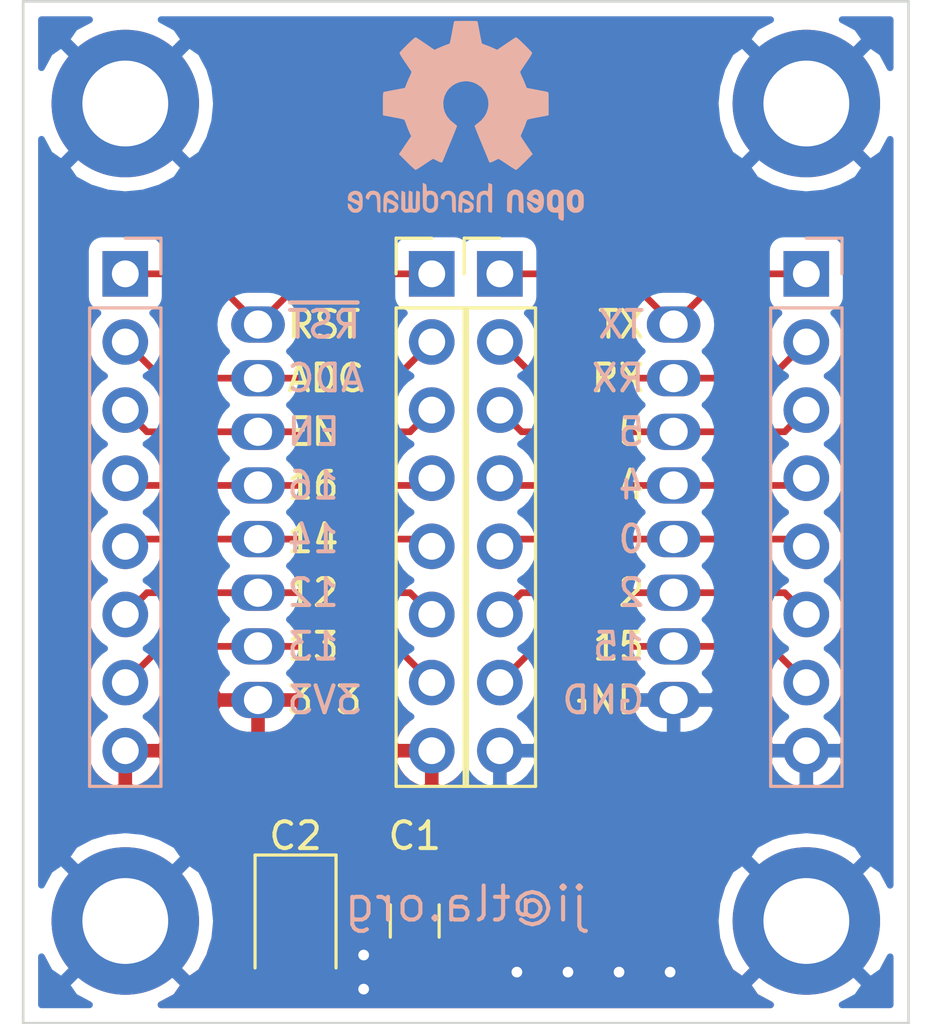
<source format=kicad_pcb>
(kicad_pcb (version 20171130) (host pcbnew 5.1.6-c6e7f7d~87~ubuntu18.04.1)

  (general
    (thickness 1.6)
    (drawings 5)
    (tracks 62)
    (zones 0)
    (modules 27)
    (nets 17)
  )

  (page A4)
  (layers
    (0 F.Cu signal)
    (31 B.Cu signal)
    (32 B.Adhes user)
    (33 F.Adhes user)
    (34 B.Paste user)
    (35 F.Paste user)
    (36 B.SilkS user)
    (37 F.SilkS user)
    (38 B.Mask user)
    (39 F.Mask user)
    (40 Dwgs.User user)
    (41 Cmts.User user)
    (42 Eco1.User user)
    (43 Eco2.User user)
    (44 Edge.Cuts user)
    (45 Margin user)
    (46 B.CrtYd user)
    (47 F.CrtYd user)
    (48 B.Fab user)
    (49 F.Fab user)
  )

  (setup
    (last_trace_width 0.25)
    (trace_clearance 0.2)
    (zone_clearance 0.508)
    (zone_45_only no)
    (trace_min 0.2)
    (via_size 0.8)
    (via_drill 0.4)
    (via_min_size 0.4)
    (via_min_drill 0.3)
    (uvia_size 0.3)
    (uvia_drill 0.1)
    (uvias_allowed no)
    (uvia_min_size 0.2)
    (uvia_min_drill 0.1)
    (edge_width 0.1)
    (segment_width 0.2)
    (pcb_text_width 0.3)
    (pcb_text_size 1.5 1.5)
    (mod_edge_width 0.15)
    (mod_text_size 1 1)
    (mod_text_width 0.15)
    (pad_size 1.35 1.35)
    (pad_drill 0.8)
    (pad_to_mask_clearance 0)
    (aux_axis_origin 0 0)
    (visible_elements FFFFFF7F)
    (pcbplotparams
      (layerselection 0x010f0_ffffffff)
      (usegerberextensions false)
      (usegerberattributes true)
      (usegerberadvancedattributes true)
      (creategerberjobfile true)
      (excludeedgelayer true)
      (linewidth 0.100000)
      (plotframeref false)
      (viasonmask false)
      (mode 1)
      (useauxorigin false)
      (hpglpennumber 1)
      (hpglpenspeed 20)
      (hpglpendiameter 15.000000)
      (psnegative false)
      (psa4output false)
      (plotreference true)
      (plotvalue true)
      (plotinvisibletext false)
      (padsonsilk false)
      (subtractmaskfromsilk false)
      (outputformat 1)
      (mirror false)
      (drillshape 0)
      (scaleselection 1)
      (outputdirectory ""))
  )

  (net 0 "")
  (net 1 +3V3)
  (net 2 GND)
  (net 3 /GPIO13)
  (net 4 /GPIO12)
  (net 5 /GPIO14)
  (net 6 /GPIO16)
  (net 7 /EN)
  (net 8 /ADC)
  (net 9 /~RST)
  (net 10 /TX)
  (net 11 /RX)
  (net 12 /GPIO5)
  (net 13 /GPIO4)
  (net 14 /GPIO0)
  (net 15 /GPIO2)
  (net 16 /GPIO15)

  (net_class Default "This is the default net class."
    (clearance 0.2)
    (trace_width 0.25)
    (via_dia 0.8)
    (via_drill 0.4)
    (uvia_dia 0.3)
    (uvia_drill 0.1)
    (add_net +3V3)
    (add_net /ADC)
    (add_net /EN)
    (add_net /GPIO0)
    (add_net /GPIO12)
    (add_net /GPIO13)
    (add_net /GPIO14)
    (add_net /GPIO15)
    (add_net /GPIO16)
    (add_net /GPIO2)
    (add_net /GPIO4)
    (add_net /GPIO5)
    (add_net /RX)
    (add_net /TX)
    (add_net /~RST)
    (add_net GND)
  )

  (module Symbol:OSHW-Logo2_9.8x8mm_SilkScreen (layer B.Cu) (tedit 0) (tstamp 5F4066AF)
    (at 0 -14.605 180)
    (descr "Open Source Hardware Symbol")
    (tags "Logo Symbol OSHW")
    (attr virtual)
    (fp_text reference REF** (at 0 0) (layer B.SilkS) hide
      (effects (font (size 1 1) (thickness 0.15)) (justify mirror))
    )
    (fp_text value OSHW-Logo2_9.8x8mm_SilkScreen (at 0.75 0) (layer B.Fab) hide
      (effects (font (size 1 1) (thickness 0.15)) (justify mirror))
    )
    (fp_poly (pts (xy -3.231114 -2.584505) (xy -3.156461 -2.621727) (xy -3.090569 -2.690261) (xy -3.072423 -2.715648)
      (xy -3.052655 -2.748866) (xy -3.039828 -2.784945) (xy -3.03249 -2.833098) (xy -3.029187 -2.902536)
      (xy -3.028462 -2.994206) (xy -3.031737 -3.11983) (xy -3.043123 -3.214154) (xy -3.064959 -3.284523)
      (xy -3.099581 -3.338286) (xy -3.14933 -3.382788) (xy -3.152986 -3.385423) (xy -3.202015 -3.412377)
      (xy -3.261055 -3.425712) (xy -3.336141 -3.429) (xy -3.458205 -3.429) (xy -3.458256 -3.547497)
      (xy -3.459392 -3.613492) (xy -3.466314 -3.652202) (xy -3.484402 -3.675419) (xy -3.519038 -3.694933)
      (xy -3.527355 -3.69892) (xy -3.56628 -3.717603) (xy -3.596417 -3.729403) (xy -3.618826 -3.730422)
      (xy -3.634567 -3.716761) (xy -3.644698 -3.684522) (xy -3.650277 -3.629804) (xy -3.652365 -3.548711)
      (xy -3.652019 -3.437344) (xy -3.6503 -3.291802) (xy -3.649763 -3.248269) (xy -3.647828 -3.098205)
      (xy -3.646096 -3.000042) (xy -3.458308 -3.000042) (xy -3.457252 -3.083364) (xy -3.452562 -3.13788)
      (xy -3.441949 -3.173837) (xy -3.423128 -3.201482) (xy -3.41035 -3.214965) (xy -3.35811 -3.254417)
      (xy -3.311858 -3.257628) (xy -3.264133 -3.225049) (xy -3.262923 -3.223846) (xy -3.243506 -3.198668)
      (xy -3.231693 -3.164447) (xy -3.225735 -3.111748) (xy -3.22388 -3.031131) (xy -3.223846 -3.013271)
      (xy -3.22833 -2.902175) (xy -3.242926 -2.825161) (xy -3.26935 -2.778147) (xy -3.309317 -2.75705)
      (xy -3.332416 -2.754923) (xy -3.387238 -2.7649) (xy -3.424842 -2.797752) (xy -3.447477 -2.857857)
      (xy -3.457394 -2.949598) (xy -3.458308 -3.000042) (xy -3.646096 -3.000042) (xy -3.645778 -2.98206)
      (xy -3.643127 -2.894679) (xy -3.639394 -2.830905) (xy -3.634093 -2.785582) (xy -3.626742 -2.753555)
      (xy -3.616857 -2.729668) (xy -3.603954 -2.708764) (xy -3.598421 -2.700898) (xy -3.525031 -2.626595)
      (xy -3.43224 -2.584467) (xy -3.324904 -2.572722) (xy -3.231114 -2.584505)) (layer B.SilkS) (width 0.01))
    (fp_poly (pts (xy -1.728336 -2.595089) (xy -1.665633 -2.631358) (xy -1.622039 -2.667358) (xy -1.590155 -2.705075)
      (xy -1.56819 -2.751199) (xy -1.554351 -2.812421) (xy -1.546847 -2.895431) (xy -1.543883 -3.006919)
      (xy -1.543539 -3.087062) (xy -1.543539 -3.382065) (xy -1.709615 -3.456515) (xy -1.719385 -3.133402)
      (xy -1.723421 -3.012729) (xy -1.727656 -2.925141) (xy -1.732903 -2.86465) (xy -1.739975 -2.825268)
      (xy -1.749689 -2.801007) (xy -1.762856 -2.78588) (xy -1.767081 -2.782606) (xy -1.831091 -2.757034)
      (xy -1.895792 -2.767153) (xy -1.934308 -2.794) (xy -1.949975 -2.813024) (xy -1.96082 -2.837988)
      (xy -1.967712 -2.875834) (xy -1.971521 -2.933502) (xy -1.973117 -3.017935) (xy -1.973385 -3.105928)
      (xy -1.973437 -3.216323) (xy -1.975328 -3.294463) (xy -1.981655 -3.347165) (xy -1.995017 -3.381242)
      (xy -2.018015 -3.403511) (xy -2.053246 -3.420787) (xy -2.100303 -3.438738) (xy -2.151697 -3.458278)
      (xy -2.145579 -3.111485) (xy -2.143116 -2.986468) (xy -2.140233 -2.894082) (xy -2.136102 -2.827881)
      (xy -2.129893 -2.78142) (xy -2.120774 -2.748256) (xy -2.107917 -2.721944) (xy -2.092416 -2.698729)
      (xy -2.017629 -2.624569) (xy -1.926372 -2.581684) (xy -1.827117 -2.571412) (xy -1.728336 -2.595089)) (layer B.SilkS) (width 0.01))
    (fp_poly (pts (xy -3.983114 -2.587256) (xy -3.891536 -2.635409) (xy -3.823951 -2.712905) (xy -3.799943 -2.762727)
      (xy -3.781262 -2.837533) (xy -3.771699 -2.932052) (xy -3.770792 -3.03521) (xy -3.778079 -3.135935)
      (xy -3.793097 -3.223153) (xy -3.815385 -3.285791) (xy -3.822235 -3.296579) (xy -3.903368 -3.377105)
      (xy -3.999734 -3.425336) (xy -4.104299 -3.43945) (xy -4.210032 -3.417629) (xy -4.239457 -3.404547)
      (xy -4.296759 -3.364231) (xy -4.34705 -3.310775) (xy -4.351803 -3.303995) (xy -4.371122 -3.271321)
      (xy -4.383892 -3.236394) (xy -4.391436 -3.190414) (xy -4.395076 -3.124584) (xy -4.396135 -3.030105)
      (xy -4.396154 -3.008923) (xy -4.396106 -3.002182) (xy -4.200769 -3.002182) (xy -4.199632 -3.091349)
      (xy -4.195159 -3.15052) (xy -4.185754 -3.188741) (xy -4.169824 -3.215053) (xy -4.161692 -3.223846)
      (xy -4.114942 -3.257261) (xy -4.069553 -3.255737) (xy -4.02366 -3.226752) (xy -3.996288 -3.195809)
      (xy -3.980077 -3.150643) (xy -3.970974 -3.07942) (xy -3.970349 -3.071114) (xy -3.968796 -2.942037)
      (xy -3.985035 -2.846172) (xy -4.018848 -2.784107) (xy -4.070016 -2.756432) (xy -4.08828 -2.754923)
      (xy -4.13624 -2.762513) (xy -4.169047 -2.788808) (xy -4.189105 -2.839095) (xy -4.198822 -2.918664)
      (xy -4.200769 -3.002182) (xy -4.396106 -3.002182) (xy -4.395426 -2.908249) (xy -4.392371 -2.837906)
      (xy -4.385678 -2.789163) (xy -4.37404 -2.753288) (xy -4.356147 -2.721548) (xy -4.352192 -2.715648)
      (xy -4.285733 -2.636104) (xy -4.213315 -2.589929) (xy -4.125151 -2.571599) (xy -4.095213 -2.570703)
      (xy -3.983114 -2.587256)) (layer B.SilkS) (width 0.01))
    (fp_poly (pts (xy -2.465746 -2.599745) (xy -2.388714 -2.651567) (xy -2.329184 -2.726412) (xy -2.293622 -2.821654)
      (xy -2.286429 -2.891756) (xy -2.287246 -2.921009) (xy -2.294086 -2.943407) (xy -2.312888 -2.963474)
      (xy -2.349592 -2.985733) (xy -2.410138 -3.014709) (xy -2.500466 -3.054927) (xy -2.500923 -3.055129)
      (xy -2.584067 -3.09321) (xy -2.652247 -3.127025) (xy -2.698495 -3.152933) (xy -2.715842 -3.167295)
      (xy -2.715846 -3.167411) (xy -2.700557 -3.198685) (xy -2.664804 -3.233157) (xy -2.623758 -3.25799)
      (xy -2.602963 -3.262923) (xy -2.54623 -3.245862) (xy -2.497373 -3.203133) (xy -2.473535 -3.156155)
      (xy -2.450603 -3.121522) (xy -2.405682 -3.082081) (xy -2.352877 -3.048009) (xy -2.30629 -3.02948)
      (xy -2.296548 -3.028462) (xy -2.285582 -3.045215) (xy -2.284921 -3.088039) (xy -2.29298 -3.145781)
      (xy -2.308173 -3.207289) (xy -2.328914 -3.261409) (xy -2.329962 -3.26351) (xy -2.392379 -3.35066)
      (xy -2.473274 -3.409939) (xy -2.565144 -3.439034) (xy -2.660487 -3.435634) (xy -2.751802 -3.397428)
      (xy -2.755862 -3.394741) (xy -2.827694 -3.329642) (xy -2.874927 -3.244705) (xy -2.901066 -3.133021)
      (xy -2.904574 -3.101643) (xy -2.910787 -2.953536) (xy -2.903339 -2.884468) (xy -2.715846 -2.884468)
      (xy -2.71341 -2.927552) (xy -2.700086 -2.940126) (xy -2.666868 -2.930719) (xy -2.614506 -2.908483)
      (xy -2.555976 -2.88061) (xy -2.554521 -2.879872) (xy -2.504911 -2.853777) (xy -2.485 -2.836363)
      (xy -2.48991 -2.818107) (xy -2.510584 -2.79412) (xy -2.563181 -2.759406) (xy -2.619823 -2.756856)
      (xy -2.670631 -2.782119) (xy -2.705724 -2.830847) (xy -2.715846 -2.884468) (xy -2.903339 -2.884468)
      (xy -2.898008 -2.835036) (xy -2.865222 -2.741055) (xy -2.819579 -2.675215) (xy -2.737198 -2.608681)
      (xy -2.646454 -2.575676) (xy -2.553815 -2.573573) (xy -2.465746 -2.599745)) (layer B.SilkS) (width 0.01))
    (fp_poly (pts (xy -0.840154 -2.49212) (xy -0.834428 -2.57198) (xy -0.827851 -2.619039) (xy -0.818738 -2.639566)
      (xy -0.805402 -2.639829) (xy -0.801077 -2.637378) (xy -0.743556 -2.619636) (xy -0.668732 -2.620672)
      (xy -0.592661 -2.63891) (xy -0.545082 -2.662505) (xy -0.496298 -2.700198) (xy -0.460636 -2.742855)
      (xy -0.436155 -2.797057) (xy -0.420913 -2.869384) (xy -0.41297 -2.966419) (xy -0.410384 -3.094742)
      (xy -0.410338 -3.119358) (xy -0.410308 -3.39587) (xy -0.471839 -3.41732) (xy -0.515541 -3.431912)
      (xy -0.539518 -3.438706) (xy -0.540223 -3.438769) (xy -0.542585 -3.420345) (xy -0.544594 -3.369526)
      (xy -0.546099 -3.292993) (xy -0.546947 -3.19743) (xy -0.547077 -3.139329) (xy -0.547349 -3.024771)
      (xy -0.548748 -2.942667) (xy -0.552151 -2.886393) (xy -0.558433 -2.849326) (xy -0.568471 -2.824844)
      (xy -0.583139 -2.806325) (xy -0.592298 -2.797406) (xy -0.655211 -2.761466) (xy -0.723864 -2.758775)
      (xy -0.786152 -2.78917) (xy -0.797671 -2.800144) (xy -0.814567 -2.820779) (xy -0.826286 -2.845256)
      (xy -0.833767 -2.880647) (xy -0.837946 -2.934026) (xy -0.839763 -3.012466) (xy -0.840154 -3.120617)
      (xy -0.840154 -3.39587) (xy -0.901685 -3.41732) (xy -0.945387 -3.431912) (xy -0.969364 -3.438706)
      (xy -0.97007 -3.438769) (xy -0.971874 -3.420069) (xy -0.9735 -3.367322) (xy -0.974883 -3.285557)
      (xy -0.975958 -3.179805) (xy -0.97666 -3.055094) (xy -0.976923 -2.916455) (xy -0.976923 -2.381806)
      (xy -0.849923 -2.328236) (xy -0.840154 -2.49212)) (layer B.SilkS) (width 0.01))
    (fp_poly (pts (xy 0.053501 -2.626303) (xy 0.13006 -2.654733) (xy 0.130936 -2.655279) (xy 0.178285 -2.690127)
      (xy 0.213241 -2.730852) (xy 0.237825 -2.783925) (xy 0.254062 -2.855814) (xy 0.263975 -2.952992)
      (xy 0.269586 -3.081928) (xy 0.270077 -3.100298) (xy 0.277141 -3.377287) (xy 0.217695 -3.408028)
      (xy 0.174681 -3.428802) (xy 0.14871 -3.438646) (xy 0.147509 -3.438769) (xy 0.143014 -3.420606)
      (xy 0.139444 -3.371612) (xy 0.137248 -3.300031) (xy 0.136769 -3.242068) (xy 0.136758 -3.14817)
      (xy 0.132466 -3.089203) (xy 0.117503 -3.061079) (xy 0.085482 -3.059706) (xy 0.030014 -3.080998)
      (xy -0.053731 -3.120136) (xy -0.115311 -3.152643) (xy -0.146983 -3.180845) (xy -0.156294 -3.211582)
      (xy -0.156308 -3.213104) (xy -0.140943 -3.266054) (xy -0.095453 -3.29466) (xy -0.025834 -3.298803)
      (xy 0.024313 -3.298084) (xy 0.050754 -3.312527) (xy 0.067243 -3.347218) (xy 0.076733 -3.391416)
      (xy 0.063057 -3.416493) (xy 0.057907 -3.420082) (xy 0.009425 -3.434496) (xy -0.058469 -3.436537)
      (xy -0.128388 -3.426983) (xy -0.177932 -3.409522) (xy -0.24643 -3.351364) (xy -0.285366 -3.270408)
      (xy -0.293077 -3.20716) (xy -0.287193 -3.150111) (xy -0.265899 -3.103542) (xy -0.223735 -3.062181)
      (xy -0.155241 -3.020755) (xy -0.054956 -2.973993) (xy -0.048846 -2.97135) (xy 0.04149 -2.929617)
      (xy 0.097235 -2.895391) (xy 0.121129 -2.864635) (xy 0.115913 -2.833311) (xy 0.084328 -2.797383)
      (xy 0.074883 -2.789116) (xy 0.011617 -2.757058) (xy -0.053936 -2.758407) (xy -0.111028 -2.789838)
      (xy -0.148907 -2.848024) (xy -0.152426 -2.859446) (xy -0.1867 -2.914837) (xy -0.230191 -2.941518)
      (xy -0.293077 -2.96796) (xy -0.293077 -2.899548) (xy -0.273948 -2.80011) (xy -0.217169 -2.708902)
      (xy -0.187622 -2.678389) (xy -0.120458 -2.639228) (xy -0.035044 -2.6215) (xy 0.053501 -2.626303)) (layer B.SilkS) (width 0.01))
    (fp_poly (pts (xy 0.713362 -2.62467) (xy 0.802117 -2.657421) (xy 0.874022 -2.71535) (xy 0.902144 -2.756128)
      (xy 0.932802 -2.830954) (xy 0.932165 -2.885058) (xy 0.899987 -2.921446) (xy 0.888081 -2.927633)
      (xy 0.836675 -2.946925) (xy 0.810422 -2.941982) (xy 0.80153 -2.909587) (xy 0.801077 -2.891692)
      (xy 0.784797 -2.825859) (xy 0.742365 -2.779807) (xy 0.683388 -2.757564) (xy 0.617475 -2.763161)
      (xy 0.563895 -2.792229) (xy 0.545798 -2.80881) (xy 0.532971 -2.828925) (xy 0.524306 -2.859332)
      (xy 0.518696 -2.906788) (xy 0.515035 -2.97805) (xy 0.512215 -3.079875) (xy 0.511484 -3.112115)
      (xy 0.50882 -3.22241) (xy 0.505792 -3.300036) (xy 0.50125 -3.351396) (xy 0.494046 -3.38289)
      (xy 0.483033 -3.40092) (xy 0.46706 -3.411888) (xy 0.456834 -3.416733) (xy 0.413406 -3.433301)
      (xy 0.387842 -3.438769) (xy 0.379395 -3.420507) (xy 0.374239 -3.365296) (xy 0.372346 -3.272499)
      (xy 0.373689 -3.141478) (xy 0.374107 -3.121269) (xy 0.377058 -3.001733) (xy 0.380548 -2.914449)
      (xy 0.385514 -2.852591) (xy 0.392893 -2.809336) (xy 0.403624 -2.77786) (xy 0.418645 -2.751339)
      (xy 0.426502 -2.739975) (xy 0.471553 -2.689692) (xy 0.52194 -2.650581) (xy 0.528108 -2.647167)
      (xy 0.618458 -2.620212) (xy 0.713362 -2.62467)) (layer B.SilkS) (width 0.01))
    (fp_poly (pts (xy 1.602081 -2.780289) (xy 1.601833 -2.92632) (xy 1.600872 -3.038655) (xy 1.598794 -3.122678)
      (xy 1.595193 -3.183769) (xy 1.589665 -3.227309) (xy 1.581804 -3.258679) (xy 1.571207 -3.283262)
      (xy 1.563182 -3.297294) (xy 1.496728 -3.373388) (xy 1.41247 -3.421084) (xy 1.319249 -3.438199)
      (xy 1.2259 -3.422546) (xy 1.170312 -3.394418) (xy 1.111957 -3.34576) (xy 1.072186 -3.286333)
      (xy 1.04819 -3.208507) (xy 1.037161 -3.104652) (xy 1.035599 -3.028462) (xy 1.035809 -3.022986)
      (xy 1.172308 -3.022986) (xy 1.173141 -3.110355) (xy 1.176961 -3.168192) (xy 1.185746 -3.206029)
      (xy 1.201474 -3.233398) (xy 1.220266 -3.254042) (xy 1.283375 -3.29389) (xy 1.351137 -3.297295)
      (xy 1.415179 -3.264025) (xy 1.420164 -3.259517) (xy 1.441439 -3.236067) (xy 1.454779 -3.208166)
      (xy 1.462001 -3.166641) (xy 1.464923 -3.102316) (xy 1.465385 -3.0312) (xy 1.464383 -2.941858)
      (xy 1.460238 -2.882258) (xy 1.451236 -2.843089) (xy 1.435667 -2.81504) (xy 1.422902 -2.800144)
      (xy 1.3636 -2.762575) (xy 1.295301 -2.758057) (xy 1.23011 -2.786753) (xy 1.217528 -2.797406)
      (xy 1.196111 -2.821063) (xy 1.182744 -2.849251) (xy 1.175566 -2.891245) (xy 1.172719 -2.956319)
      (xy 1.172308 -3.022986) (xy 1.035809 -3.022986) (xy 1.040322 -2.905765) (xy 1.056362 -2.813577)
      (xy 1.086528 -2.744269) (xy 1.133629 -2.690211) (xy 1.170312 -2.662505) (xy 1.23699 -2.632572)
      (xy 1.314272 -2.618678) (xy 1.38611 -2.622397) (xy 1.426308 -2.6374) (xy 1.442082 -2.64167)
      (xy 1.45255 -2.62575) (xy 1.459856 -2.583089) (xy 1.465385 -2.518106) (xy 1.471437 -2.445732)
      (xy 1.479844 -2.402187) (xy 1.495141 -2.377287) (xy 1.521864 -2.360845) (xy 1.538654 -2.353564)
      (xy 1.602154 -2.326963) (xy 1.602081 -2.780289)) (layer B.SilkS) (width 0.01))
    (fp_poly (pts (xy 2.395929 -2.636662) (xy 2.398911 -2.688068) (xy 2.401247 -2.766192) (xy 2.402749 -2.864857)
      (xy 2.403231 -2.968343) (xy 2.403231 -3.318533) (xy 2.341401 -3.380363) (xy 2.298793 -3.418462)
      (xy 2.26139 -3.433895) (xy 2.21027 -3.432918) (xy 2.189978 -3.430433) (xy 2.126554 -3.4232)
      (xy 2.074095 -3.419055) (xy 2.061308 -3.418672) (xy 2.018199 -3.421176) (xy 1.956544 -3.427462)
      (xy 1.932638 -3.430433) (xy 1.873922 -3.435028) (xy 1.834464 -3.425046) (xy 1.795338 -3.394228)
      (xy 1.781215 -3.380363) (xy 1.719385 -3.318533) (xy 1.719385 -2.663503) (xy 1.76915 -2.640829)
      (xy 1.812002 -2.624034) (xy 1.837073 -2.618154) (xy 1.843501 -2.636736) (xy 1.849509 -2.688655)
      (xy 1.854697 -2.768172) (xy 1.858664 -2.869546) (xy 1.860577 -2.955192) (xy 1.865923 -3.292231)
      (xy 1.91256 -3.298825) (xy 1.954976 -3.294214) (xy 1.97576 -3.279287) (xy 1.98157 -3.251377)
      (xy 1.98653 -3.191925) (xy 1.990246 -3.108466) (xy 1.992324 -3.008532) (xy 1.992624 -2.957104)
      (xy 1.992923 -2.661054) (xy 2.054454 -2.639604) (xy 2.098004 -2.62502) (xy 2.121694 -2.618219)
      (xy 2.122377 -2.618154) (xy 2.124754 -2.636642) (xy 2.127366 -2.687906) (xy 2.129995 -2.765649)
      (xy 2.132421 -2.863574) (xy 2.134115 -2.955192) (xy 2.139461 -3.292231) (xy 2.256692 -3.292231)
      (xy 2.262072 -2.984746) (xy 2.267451 -2.677261) (xy 2.324601 -2.647707) (xy 2.366797 -2.627413)
      (xy 2.39177 -2.618204) (xy 2.392491 -2.618154) (xy 2.395929 -2.636662)) (layer B.SilkS) (width 0.01))
    (fp_poly (pts (xy 2.887333 -2.633528) (xy 2.94359 -2.659117) (xy 2.987747 -2.690124) (xy 3.020101 -2.724795)
      (xy 3.042438 -2.76952) (xy 3.056546 -2.830692) (xy 3.064211 -2.914701) (xy 3.06722 -3.02794)
      (xy 3.067538 -3.102509) (xy 3.067538 -3.39342) (xy 3.017773 -3.416095) (xy 2.978576 -3.432667)
      (xy 2.959157 -3.438769) (xy 2.955442 -3.42061) (xy 2.952495 -3.371648) (xy 2.950691 -3.300153)
      (xy 2.950308 -3.243385) (xy 2.948661 -3.161371) (xy 2.944222 -3.096309) (xy 2.93774 -3.056467)
      (xy 2.93259 -3.048) (xy 2.897977 -3.056646) (xy 2.84364 -3.078823) (xy 2.780722 -3.108886)
      (xy 2.720368 -3.141192) (xy 2.673721 -3.170098) (xy 2.651926 -3.189961) (xy 2.651839 -3.190175)
      (xy 2.653714 -3.226935) (xy 2.670525 -3.262026) (xy 2.700039 -3.290528) (xy 2.743116 -3.300061)
      (xy 2.779932 -3.29895) (xy 2.832074 -3.298133) (xy 2.859444 -3.310349) (xy 2.875882 -3.342624)
      (xy 2.877955 -3.34871) (xy 2.885081 -3.394739) (xy 2.866024 -3.422687) (xy 2.816353 -3.436007)
      (xy 2.762697 -3.43847) (xy 2.666142 -3.42021) (xy 2.616159 -3.394131) (xy 2.554429 -3.332868)
      (xy 2.52169 -3.25767) (xy 2.518753 -3.178211) (xy 2.546424 -3.104167) (xy 2.588047 -3.057769)
      (xy 2.629604 -3.031793) (xy 2.694922 -2.998907) (xy 2.771038 -2.965557) (xy 2.783726 -2.960461)
      (xy 2.867333 -2.923565) (xy 2.91553 -2.891046) (xy 2.93103 -2.858718) (xy 2.91655 -2.822394)
      (xy 2.891692 -2.794) (xy 2.832939 -2.759039) (xy 2.768293 -2.756417) (xy 2.709008 -2.783358)
      (xy 2.666339 -2.837088) (xy 2.660739 -2.85095) (xy 2.628133 -2.901936) (xy 2.58053 -2.939787)
      (xy 2.520461 -2.97085) (xy 2.520461 -2.882768) (xy 2.523997 -2.828951) (xy 2.539156 -2.786534)
      (xy 2.572768 -2.741279) (xy 2.605035 -2.70642) (xy 2.655209 -2.657062) (xy 2.694193 -2.630547)
      (xy 2.736064 -2.619911) (xy 2.78346 -2.618154) (xy 2.887333 -2.633528)) (layer B.SilkS) (width 0.01))
    (fp_poly (pts (xy 3.570807 -2.636782) (xy 3.594161 -2.646988) (xy 3.649902 -2.691134) (xy 3.697569 -2.754967)
      (xy 3.727048 -2.823087) (xy 3.731846 -2.85667) (xy 3.71576 -2.903556) (xy 3.680475 -2.928365)
      (xy 3.642644 -2.943387) (xy 3.625321 -2.946155) (xy 3.616886 -2.926066) (xy 3.60023 -2.882351)
      (xy 3.592923 -2.862598) (xy 3.551948 -2.794271) (xy 3.492622 -2.760191) (xy 3.416552 -2.761239)
      (xy 3.410918 -2.762581) (xy 3.370305 -2.781836) (xy 3.340448 -2.819375) (xy 3.320055 -2.879809)
      (xy 3.307836 -2.967751) (xy 3.3025 -3.087813) (xy 3.302 -3.151698) (xy 3.301752 -3.252403)
      (xy 3.300126 -3.321054) (xy 3.295801 -3.364673) (xy 3.287454 -3.390282) (xy 3.273765 -3.404903)
      (xy 3.253411 -3.415558) (xy 3.252234 -3.416095) (xy 3.213038 -3.432667) (xy 3.193619 -3.438769)
      (xy 3.190635 -3.420319) (xy 3.188081 -3.369323) (xy 3.18614 -3.292308) (xy 3.184997 -3.195805)
      (xy 3.184769 -3.125184) (xy 3.185932 -2.988525) (xy 3.190479 -2.884851) (xy 3.199999 -2.808108)
      (xy 3.216081 -2.752246) (xy 3.240313 -2.711212) (xy 3.274286 -2.678954) (xy 3.307833 -2.65644)
      (xy 3.388499 -2.626476) (xy 3.482381 -2.619718) (xy 3.570807 -2.636782)) (layer B.SilkS) (width 0.01))
    (fp_poly (pts (xy 4.245224 -2.647838) (xy 4.322528 -2.698361) (xy 4.359814 -2.74359) (xy 4.389353 -2.825663)
      (xy 4.391699 -2.890607) (xy 4.386385 -2.977445) (xy 4.186115 -3.065103) (xy 4.088739 -3.109887)
      (xy 4.025113 -3.145913) (xy 3.992029 -3.177117) (xy 3.98628 -3.207436) (xy 4.004658 -3.240805)
      (xy 4.024923 -3.262923) (xy 4.083889 -3.298393) (xy 4.148024 -3.300879) (xy 4.206926 -3.273235)
      (xy 4.250197 -3.21832) (xy 4.257936 -3.198928) (xy 4.295006 -3.138364) (xy 4.337654 -3.112552)
      (xy 4.396154 -3.090471) (xy 4.396154 -3.174184) (xy 4.390982 -3.23115) (xy 4.370723 -3.279189)
      (xy 4.328262 -3.334346) (xy 4.321951 -3.341514) (xy 4.27472 -3.390585) (xy 4.234121 -3.41692)
      (xy 4.183328 -3.429035) (xy 4.14122 -3.433003) (xy 4.065902 -3.433991) (xy 4.012286 -3.421466)
      (xy 3.978838 -3.402869) (xy 3.926268 -3.361975) (xy 3.889879 -3.317748) (xy 3.86685 -3.262126)
      (xy 3.854359 -3.187047) (xy 3.849587 -3.084449) (xy 3.849206 -3.032376) (xy 3.850501 -2.969948)
      (xy 3.968471 -2.969948) (xy 3.969839 -3.003438) (xy 3.973249 -3.008923) (xy 3.995753 -3.001472)
      (xy 4.044182 -2.981753) (xy 4.108908 -2.953718) (xy 4.122443 -2.947692) (xy 4.204244 -2.906096)
      (xy 4.249312 -2.869538) (xy 4.259217 -2.835296) (xy 4.235526 -2.800648) (xy 4.21596 -2.785339)
      (xy 4.14536 -2.754721) (xy 4.07928 -2.75978) (xy 4.023959 -2.797151) (xy 3.985636 -2.863473)
      (xy 3.973349 -2.916116) (xy 3.968471 -2.969948) (xy 3.850501 -2.969948) (xy 3.85173 -2.91072)
      (xy 3.861032 -2.82071) (xy 3.87946 -2.755167) (xy 3.90936 -2.706912) (xy 3.95308 -2.668767)
      (xy 3.972141 -2.65644) (xy 4.058726 -2.624336) (xy 4.153522 -2.622316) (xy 4.245224 -2.647838)) (layer B.SilkS) (width 0.01))
    (fp_poly (pts (xy 0.139878 3.712224) (xy 0.245612 3.711645) (xy 0.322132 3.710078) (xy 0.374372 3.707028)
      (xy 0.407263 3.702004) (xy 0.425737 3.694511) (xy 0.434727 3.684056) (xy 0.439163 3.670147)
      (xy 0.439594 3.668346) (xy 0.446333 3.635855) (xy 0.458808 3.571748) (xy 0.475719 3.482849)
      (xy 0.495771 3.375981) (xy 0.517664 3.257967) (xy 0.518429 3.253822) (xy 0.540359 3.138169)
      (xy 0.560877 3.035986) (xy 0.578659 2.953402) (xy 0.592381 2.896544) (xy 0.600718 2.871542)
      (xy 0.601116 2.871099) (xy 0.625677 2.85889) (xy 0.676315 2.838544) (xy 0.742095 2.814455)
      (xy 0.742461 2.814326) (xy 0.825317 2.783182) (xy 0.923 2.743509) (xy 1.015077 2.703619)
      (xy 1.019434 2.701647) (xy 1.169407 2.63358) (xy 1.501498 2.860361) (xy 1.603374 2.929496)
      (xy 1.695657 2.991303) (xy 1.773003 3.042267) (xy 1.830064 3.078873) (xy 1.861495 3.097606)
      (xy 1.864479 3.098996) (xy 1.887321 3.09281) (xy 1.929982 3.062965) (xy 1.994128 3.008053)
      (xy 2.081421 2.926666) (xy 2.170535 2.840078) (xy 2.256441 2.754753) (xy 2.333327 2.676892)
      (xy 2.396564 2.611303) (xy 2.441523 2.562795) (xy 2.463576 2.536175) (xy 2.464396 2.534805)
      (xy 2.466834 2.516537) (xy 2.45765 2.486705) (xy 2.434574 2.441279) (xy 2.395337 2.37623)
      (xy 2.33767 2.28753) (xy 2.260795 2.173343) (xy 2.19257 2.072838) (xy 2.131582 1.982697)
      (xy 2.081356 1.908151) (xy 2.045416 1.854435) (xy 2.027287 1.826782) (xy 2.026146 1.824905)
      (xy 2.028359 1.79841) (xy 2.045138 1.746914) (xy 2.073142 1.680149) (xy 2.083122 1.658828)
      (xy 2.126672 1.563841) (xy 2.173134 1.456063) (xy 2.210877 1.362808) (xy 2.238073 1.293594)
      (xy 2.259675 1.240994) (xy 2.272158 1.213503) (xy 2.273709 1.211384) (xy 2.296668 1.207876)
      (xy 2.350786 1.198262) (xy 2.428868 1.183911) (xy 2.523719 1.166193) (xy 2.628143 1.146475)
      (xy 2.734944 1.126126) (xy 2.836926 1.106514) (xy 2.926894 1.089009) (xy 2.997653 1.074978)
      (xy 3.042006 1.065791) (xy 3.052885 1.063193) (xy 3.064122 1.056782) (xy 3.072605 1.042303)
      (xy 3.078714 1.014867) (xy 3.082832 0.969589) (xy 3.085341 0.90158) (xy 3.086621 0.805953)
      (xy 3.087054 0.67782) (xy 3.087077 0.625299) (xy 3.087077 0.198155) (xy 2.9845 0.177909)
      (xy 2.927431 0.16693) (xy 2.842269 0.150905) (xy 2.739372 0.131767) (xy 2.629096 0.111449)
      (xy 2.598615 0.105868) (xy 2.496855 0.086083) (xy 2.408205 0.066627) (xy 2.340108 0.049303)
      (xy 2.300004 0.035912) (xy 2.293323 0.031921) (xy 2.276919 0.003658) (xy 2.253399 -0.051109)
      (xy 2.227316 -0.121588) (xy 2.222142 -0.136769) (xy 2.187956 -0.230896) (xy 2.145523 -0.337101)
      (xy 2.103997 -0.432473) (xy 2.103792 -0.432916) (xy 2.03464 -0.582525) (xy 2.489512 -1.251617)
      (xy 2.1975 -1.544116) (xy 2.10918 -1.63117) (xy 2.028625 -1.707909) (xy 1.96036 -1.770237)
      (xy 1.908908 -1.814056) (xy 1.878794 -1.83527) (xy 1.874474 -1.836616) (xy 1.849111 -1.826016)
      (xy 1.797358 -1.796547) (xy 1.724868 -1.751705) (xy 1.637294 -1.694984) (xy 1.542612 -1.631462)
      (xy 1.446516 -1.566668) (xy 1.360837 -1.510287) (xy 1.291016 -1.465788) (xy 1.242494 -1.436639)
      (xy 1.220782 -1.426308) (xy 1.194293 -1.43505) (xy 1.144062 -1.458087) (xy 1.080451 -1.490631)
      (xy 1.073708 -1.494249) (xy 0.988046 -1.53721) (xy 0.929306 -1.558279) (xy 0.892772 -1.558503)
      (xy 0.873731 -1.538928) (xy 0.87362 -1.538654) (xy 0.864102 -1.515472) (xy 0.841403 -1.460441)
      (xy 0.807282 -1.377822) (xy 0.7635 -1.271872) (xy 0.711816 -1.146852) (xy 0.653992 -1.00702)
      (xy 0.597991 -0.871637) (xy 0.536447 -0.722234) (xy 0.479939 -0.583832) (xy 0.430161 -0.460673)
      (xy 0.388806 -0.357002) (xy 0.357568 -0.277059) (xy 0.338141 -0.225088) (xy 0.332154 -0.205692)
      (xy 0.347168 -0.183443) (xy 0.386439 -0.147982) (xy 0.438807 -0.108887) (xy 0.587941 0.014755)
      (xy 0.704511 0.156478) (xy 0.787118 0.313296) (xy 0.834366 0.482225) (xy 0.844857 0.660278)
      (xy 0.837231 0.742461) (xy 0.795682 0.912969) (xy 0.724123 1.063541) (xy 0.626995 1.192691)
      (xy 0.508734 1.298936) (xy 0.37378 1.38079) (xy 0.226571 1.436768) (xy 0.071544 1.465385)
      (xy -0.086861 1.465156) (xy -0.244206 1.434595) (xy -0.396054 1.372218) (xy -0.537965 1.27654)
      (xy -0.597197 1.222428) (xy -0.710797 1.08348) (xy -0.789894 0.931639) (xy -0.835014 0.771333)
      (xy -0.846684 0.606988) (xy -0.825431 0.443029) (xy -0.77178 0.283882) (xy -0.68626 0.133975)
      (xy -0.569395 -0.002267) (xy -0.438807 -0.108887) (xy -0.384412 -0.149642) (xy -0.345986 -0.184718)
      (xy -0.332154 -0.205726) (xy -0.339397 -0.228635) (xy -0.359995 -0.283365) (xy -0.392254 -0.365672)
      (xy -0.434479 -0.471315) (xy -0.484977 -0.59605) (xy -0.542052 -0.735636) (xy -0.598146 -0.87167)
      (xy -0.660033 -1.021201) (xy -0.717356 -1.159767) (xy -0.768356 -1.283107) (xy -0.811273 -1.386964)
      (xy -0.844347 -1.46708) (xy -0.865819 -1.519195) (xy -0.873775 -1.538654) (xy -0.892571 -1.558423)
      (xy -0.928926 -1.558365) (xy -0.987521 -1.537441) (xy -1.073032 -1.494613) (xy -1.073708 -1.494249)
      (xy -1.138093 -1.461012) (xy -1.190139 -1.436802) (xy -1.219488 -1.426404) (xy -1.220783 -1.426308)
      (xy -1.242876 -1.436855) (xy -1.291652 -1.466184) (xy -1.361669 -1.510827) (xy -1.447486 -1.567314)
      (xy -1.542612 -1.631462) (xy -1.63946 -1.696411) (xy -1.726747 -1.752896) (xy -1.798819 -1.797421)
      (xy -1.850023 -1.82649) (xy -1.874474 -1.836616) (xy -1.89699 -1.823307) (xy -1.942258 -1.786112)
      (xy -2.005756 -1.729128) (xy -2.082961 -1.656449) (xy -2.169349 -1.572171) (xy -2.197601 -1.544016)
      (xy -2.489713 -1.251416) (xy -2.267369 -0.925104) (xy -2.199798 -0.824897) (xy -2.140493 -0.734963)
      (xy -2.092783 -0.66051) (xy -2.059993 -0.606751) (xy -2.045452 -0.578894) (xy -2.045026 -0.576912)
      (xy -2.052692 -0.550655) (xy -2.073311 -0.497837) (xy -2.103315 -0.42731) (xy -2.124375 -0.380093)
      (xy -2.163752 -0.289694) (xy -2.200835 -0.198366) (xy -2.229585 -0.1212) (xy -2.237395 -0.097692)
      (xy -2.259583 -0.034916) (xy -2.281273 0.013589) (xy -2.293187 0.031921) (xy -2.319477 0.043141)
      (xy -2.376858 0.059046) (xy -2.457882 0.077833) (xy -2.555105 0.097701) (xy -2.598615 0.105868)
      (xy -2.709104 0.126171) (xy -2.815084 0.14583) (xy -2.906199 0.162912) (xy -2.972092 0.175482)
      (xy -2.9845 0.177909) (xy -3.087077 0.198155) (xy -3.087077 0.625299) (xy -3.086847 0.765754)
      (xy -3.085901 0.872021) (xy -3.083859 0.948987) (xy -3.080338 1.00154) (xy -3.074957 1.034567)
      (xy -3.067334 1.052955) (xy -3.057088 1.061592) (xy -3.052885 1.063193) (xy -3.02753 1.068873)
      (xy -2.971516 1.080205) (xy -2.892036 1.095821) (xy -2.796288 1.114353) (xy -2.691467 1.134431)
      (xy -2.584768 1.154688) (xy -2.483387 1.173754) (xy -2.394521 1.190261) (xy -2.325363 1.202841)
      (xy -2.283111 1.210125) (xy -2.27371 1.211384) (xy -2.265193 1.228237) (xy -2.24634 1.27313)
      (xy -2.220676 1.33757) (xy -2.210877 1.362808) (xy -2.171352 1.460314) (xy -2.124808 1.568041)
      (xy -2.083123 1.658828) (xy -2.05245 1.728247) (xy -2.032044 1.78529) (xy -2.025232 1.820223)
      (xy -2.026318 1.824905) (xy -2.040715 1.847009) (xy -2.073588 1.896169) (xy -2.12141 1.967152)
      (xy -2.180652 2.054722) (xy -2.247785 2.153643) (xy -2.261059 2.17317) (xy -2.338954 2.28886)
      (xy -2.396213 2.376956) (xy -2.435119 2.441514) (xy -2.457956 2.486589) (xy -2.467006 2.516237)
      (xy -2.464552 2.534515) (xy -2.464489 2.534631) (xy -2.445173 2.558639) (xy -2.402449 2.605053)
      (xy -2.340949 2.669063) (xy -2.265302 2.745855) (xy -2.180139 2.830618) (xy -2.170535 2.840078)
      (xy -2.06321 2.944011) (xy -1.980385 3.020325) (xy -1.920395 3.070429) (xy -1.881577 3.09573)
      (xy -1.86448 3.098996) (xy -1.839527 3.08475) (xy -1.787745 3.051844) (xy -1.71448 3.003792)
      (xy -1.62508 2.94411) (xy -1.524889 2.876312) (xy -1.501499 2.860361) (xy -1.169407 2.63358)
      (xy -1.019435 2.701647) (xy -0.92823 2.741315) (xy -0.830331 2.781209) (xy -0.746169 2.813017)
      (xy -0.742462 2.814326) (xy -0.676631 2.838424) (xy -0.625884 2.8588) (xy -0.601158 2.871064)
      (xy -0.601116 2.871099) (xy -0.593271 2.893266) (xy -0.579934 2.947783) (xy -0.56243 3.02852)
      (xy -0.542083 3.12935) (xy -0.520218 3.244144) (xy -0.518429 3.253822) (xy -0.496496 3.372096)
      (xy -0.47636 3.479458) (xy -0.45932 3.569083) (xy -0.446672 3.634149) (xy -0.439716 3.667832)
      (xy -0.439594 3.668346) (xy -0.435361 3.682675) (xy -0.427129 3.693493) (xy -0.409967 3.701294)
      (xy -0.378942 3.706571) (xy -0.329122 3.709818) (xy -0.255576 3.711528) (xy -0.153371 3.712193)
      (xy -0.017575 3.712307) (xy 0 3.712308) (xy 0.139878 3.712224)) (layer B.SilkS) (width 0.01))
  )

  (module Capacitor_SMD:C_1206_3216Metric (layer F.Cu) (tedit 5B301BBE) (tstamp 5F3F23E7)
    (at -1.905 15.24 270)
    (descr "Capacitor SMD 1206 (3216 Metric), square (rectangular) end terminal, IPC_7351 nominal, (Body size source: http://www.tortai-tech.com/upload/download/2011102023233369053.pdf), generated with kicad-footprint-generator")
    (tags capacitor)
    (path /5F4CE94A)
    (attr smd)
    (fp_text reference C1 (at -3.175 0 180) (layer F.SilkS)
      (effects (font (size 1 1) (thickness 0.15)))
    )
    (fp_text value 100n (at 0 1.82 90) (layer F.Fab)
      (effects (font (size 1 1) (thickness 0.15)))
    )
    (fp_line (start -1.6 0.8) (end -1.6 -0.8) (layer F.Fab) (width 0.1))
    (fp_line (start -1.6 -0.8) (end 1.6 -0.8) (layer F.Fab) (width 0.1))
    (fp_line (start 1.6 -0.8) (end 1.6 0.8) (layer F.Fab) (width 0.1))
    (fp_line (start 1.6 0.8) (end -1.6 0.8) (layer F.Fab) (width 0.1))
    (fp_line (start -0.602064 -0.91) (end 0.602064 -0.91) (layer F.SilkS) (width 0.12))
    (fp_line (start -0.602064 0.91) (end 0.602064 0.91) (layer F.SilkS) (width 0.12))
    (fp_line (start -2.28 1.12) (end -2.28 -1.12) (layer F.CrtYd) (width 0.05))
    (fp_line (start -2.28 -1.12) (end 2.28 -1.12) (layer F.CrtYd) (width 0.05))
    (fp_line (start 2.28 -1.12) (end 2.28 1.12) (layer F.CrtYd) (width 0.05))
    (fp_line (start 2.28 1.12) (end -2.28 1.12) (layer F.CrtYd) (width 0.05))
    (fp_text user %R (at 0 0 90) (layer F.Fab)
      (effects (font (size 0.8 0.8) (thickness 0.12)))
    )
    (pad 1 smd roundrect (at -1.4 0 270) (size 1.25 1.75) (layers F.Cu F.Paste F.Mask) (roundrect_rratio 0.2)
      (net 1 +3V3))
    (pad 2 smd roundrect (at 1.4 0 270) (size 1.25 1.75) (layers F.Cu F.Paste F.Mask) (roundrect_rratio 0.2)
      (net 2 GND))
    (model ${KISYS3DMOD}/Capacitor_SMD.3dshapes/C_1206_3216Metric.wrl
      (at (xyz 0 0 0))
      (scale (xyz 1 1 1))
      (rotate (xyz 0 0 0))
    )
  )

  (module Capacitor_Tantalum_SMD:CP_EIA-3528-12_Kemet-T (layer F.Cu) (tedit 5B342532) (tstamp 5F3F23FA)
    (at -6.35 15.24 270)
    (descr "Tantalum Capacitor SMD Kemet-T (3528-12 Metric), IPC_7351 nominal, (Body size from: http://www.kemet.com/Lists/ProductCatalog/Attachments/253/KEM_TC101_STD.pdf), generated with kicad-footprint-generator")
    (tags "capacitor tantalum")
    (path /5F4CEC8A)
    (attr smd)
    (fp_text reference C2 (at -3.175 0 180) (layer F.SilkS)
      (effects (font (size 1 1) (thickness 0.15)))
    )
    (fp_text value 10u (at 0 2.35 90) (layer F.Fab)
      (effects (font (size 1 1) (thickness 0.15)))
    )
    (fp_line (start 1.75 -1.4) (end -1.05 -1.4) (layer F.Fab) (width 0.1))
    (fp_line (start -1.05 -1.4) (end -1.75 -0.7) (layer F.Fab) (width 0.1))
    (fp_line (start -1.75 -0.7) (end -1.75 1.4) (layer F.Fab) (width 0.1))
    (fp_line (start -1.75 1.4) (end 1.75 1.4) (layer F.Fab) (width 0.1))
    (fp_line (start 1.75 1.4) (end 1.75 -1.4) (layer F.Fab) (width 0.1))
    (fp_line (start 1.75 -1.51) (end -2.46 -1.51) (layer F.SilkS) (width 0.12))
    (fp_line (start -2.46 -1.51) (end -2.46 1.51) (layer F.SilkS) (width 0.12))
    (fp_line (start -2.46 1.51) (end 1.75 1.51) (layer F.SilkS) (width 0.12))
    (fp_line (start -2.45 1.65) (end -2.45 -1.65) (layer F.CrtYd) (width 0.05))
    (fp_line (start -2.45 -1.65) (end 2.45 -1.65) (layer F.CrtYd) (width 0.05))
    (fp_line (start 2.45 -1.65) (end 2.45 1.65) (layer F.CrtYd) (width 0.05))
    (fp_line (start 2.45 1.65) (end -2.45 1.65) (layer F.CrtYd) (width 0.05))
    (fp_text user %R (at 0 0 90) (layer F.Fab)
      (effects (font (size 0.88 0.88) (thickness 0.13)))
    )
    (pad 1 smd roundrect (at -1.5375 0 270) (size 1.325 2.35) (layers F.Cu F.Paste F.Mask) (roundrect_rratio 0.188679)
      (net 1 +3V3))
    (pad 2 smd roundrect (at 1.5375 0 270) (size 1.325 2.35) (layers F.Cu F.Paste F.Mask) (roundrect_rratio 0.188679)
      (net 2 GND))
    (model ${KISYS3DMOD}/Capacitor_Tantalum_SMD.3dshapes/CP_EIA-3528-12_Kemet-T.wrl
      (at (xyz 0 0 0))
      (scale (xyz 1 1 1))
      (rotate (xyz 0 0 0))
    )
  )

  (module Connector_PinHeader_2.54mm:PinHeader_1x08_P2.54mm_Vertical (layer F.Cu) (tedit 59FED5CC) (tstamp 5F3F2416)
    (at -1.27 -8.89)
    (descr "Through hole straight pin header, 1x08, 2.54mm pitch, single row")
    (tags "Through hole pin header THT 1x08 2.54mm single row")
    (path /5F3F4C94)
    (fp_text reference J17 (at -3.175 -1.143) (layer F.SilkS) hide
      (effects (font (size 1 1) (thickness 0.15)))
    )
    (fp_text value Conn_01x08 (at 0 20.11) (layer F.Fab)
      (effects (font (size 1 1) (thickness 0.15)))
    )
    (fp_line (start 1.8 -1.8) (end -1.8 -1.8) (layer F.CrtYd) (width 0.05))
    (fp_line (start 1.8 19.55) (end 1.8 -1.8) (layer F.CrtYd) (width 0.05))
    (fp_line (start -1.8 19.55) (end 1.8 19.55) (layer F.CrtYd) (width 0.05))
    (fp_line (start -1.8 -1.8) (end -1.8 19.55) (layer F.CrtYd) (width 0.05))
    (fp_line (start -1.33 -1.33) (end 0 -1.33) (layer F.SilkS) (width 0.12))
    (fp_line (start -1.33 0) (end -1.33 -1.33) (layer F.SilkS) (width 0.12))
    (fp_line (start -1.33 1.27) (end 1.33 1.27) (layer F.SilkS) (width 0.12))
    (fp_line (start 1.33 1.27) (end 1.33 19.11) (layer F.SilkS) (width 0.12))
    (fp_line (start -1.33 1.27) (end -1.33 19.11) (layer F.SilkS) (width 0.12))
    (fp_line (start -1.33 19.11) (end 1.33 19.11) (layer F.SilkS) (width 0.12))
    (fp_line (start -1.27 -0.635) (end -0.635 -1.27) (layer F.Fab) (width 0.1))
    (fp_line (start -1.27 19.05) (end -1.27 -0.635) (layer F.Fab) (width 0.1))
    (fp_line (start 1.27 19.05) (end -1.27 19.05) (layer F.Fab) (width 0.1))
    (fp_line (start 1.27 -1.27) (end 1.27 19.05) (layer F.Fab) (width 0.1))
    (fp_line (start -0.635 -1.27) (end 1.27 -1.27) (layer F.Fab) (width 0.1))
    (fp_text user %R (at 0 8.89 90) (layer F.Fab)
      (effects (font (size 1 1) (thickness 0.15)))
    )
    (pad 8 thru_hole oval (at 0 17.78) (size 1.7 1.7) (drill 1) (layers *.Cu *.Mask)
      (net 1 +3V3))
    (pad 7 thru_hole oval (at 0 15.24) (size 1.7 1.7) (drill 1) (layers *.Cu *.Mask)
      (net 3 /GPIO13))
    (pad 6 thru_hole oval (at 0 12.7) (size 1.7 1.7) (drill 1) (layers *.Cu *.Mask)
      (net 4 /GPIO12))
    (pad 5 thru_hole oval (at 0 10.16) (size 1.7 1.7) (drill 1) (layers *.Cu *.Mask)
      (net 5 /GPIO14))
    (pad 4 thru_hole oval (at 0 7.62) (size 1.7 1.7) (drill 1) (layers *.Cu *.Mask)
      (net 6 /GPIO16))
    (pad 3 thru_hole oval (at 0 5.08) (size 1.7 1.7) (drill 1) (layers *.Cu *.Mask)
      (net 7 /EN))
    (pad 2 thru_hole oval (at 0 2.54) (size 1.7 1.7) (drill 1) (layers *.Cu *.Mask)
      (net 8 /ADC))
    (pad 1 thru_hole rect (at 0 0) (size 1.7 1.7) (drill 1) (layers *.Cu *.Mask)
      (net 9 /~RST))
    (model ${KISYS3DMOD}/Connector_PinHeader_2.54mm.3dshapes/PinHeader_1x08_P2.54mm_Vertical.wrl
      (at (xyz 0 0 0))
      (scale (xyz 1 1 1))
      (rotate (xyz 0 0 0))
    )
  )

  (module Connector_PinHeader_2.54mm:PinHeader_1x08_P2.54mm_Vertical (layer F.Cu) (tedit 59FED5CC) (tstamp 5F3F246A)
    (at 1.27 -8.89)
    (descr "Through hole straight pin header, 1x08, 2.54mm pitch, single row")
    (tags "Through hole pin header THT 1x08 2.54mm single row")
    (path /5F3F65C9)
    (fp_text reference J18 (at 3.175 -1.143) (layer F.SilkS) hide
      (effects (font (size 1 1) (thickness 0.15)))
    )
    (fp_text value Conn_01x08 (at 0 20.11) (layer F.Fab)
      (effects (font (size 1 1) (thickness 0.15)))
    )
    (fp_line (start -0.635 -1.27) (end 1.27 -1.27) (layer F.Fab) (width 0.1))
    (fp_line (start 1.27 -1.27) (end 1.27 19.05) (layer F.Fab) (width 0.1))
    (fp_line (start 1.27 19.05) (end -1.27 19.05) (layer F.Fab) (width 0.1))
    (fp_line (start -1.27 19.05) (end -1.27 -0.635) (layer F.Fab) (width 0.1))
    (fp_line (start -1.27 -0.635) (end -0.635 -1.27) (layer F.Fab) (width 0.1))
    (fp_line (start -1.33 19.11) (end 1.33 19.11) (layer F.SilkS) (width 0.12))
    (fp_line (start -1.33 1.27) (end -1.33 19.11) (layer F.SilkS) (width 0.12))
    (fp_line (start 1.33 1.27) (end 1.33 19.11) (layer F.SilkS) (width 0.12))
    (fp_line (start -1.33 1.27) (end 1.33 1.27) (layer F.SilkS) (width 0.12))
    (fp_line (start -1.33 0) (end -1.33 -1.33) (layer F.SilkS) (width 0.12))
    (fp_line (start -1.33 -1.33) (end 0 -1.33) (layer F.SilkS) (width 0.12))
    (fp_line (start -1.8 -1.8) (end -1.8 19.55) (layer F.CrtYd) (width 0.05))
    (fp_line (start -1.8 19.55) (end 1.8 19.55) (layer F.CrtYd) (width 0.05))
    (fp_line (start 1.8 19.55) (end 1.8 -1.8) (layer F.CrtYd) (width 0.05))
    (fp_line (start 1.8 -1.8) (end -1.8 -1.8) (layer F.CrtYd) (width 0.05))
    (fp_text user %R (at 0 8.89 90) (layer F.Fab)
      (effects (font (size 1 1) (thickness 0.15)))
    )
    (pad 1 thru_hole rect (at 0 0) (size 1.7 1.7) (drill 1) (layers *.Cu *.Mask)
      (net 10 /TX))
    (pad 2 thru_hole oval (at 0 2.54) (size 1.7 1.7) (drill 1) (layers *.Cu *.Mask)
      (net 11 /RX))
    (pad 3 thru_hole oval (at 0 5.08) (size 1.7 1.7) (drill 1) (layers *.Cu *.Mask)
      (net 12 /GPIO5))
    (pad 4 thru_hole oval (at 0 7.62) (size 1.7 1.7) (drill 1) (layers *.Cu *.Mask)
      (net 13 /GPIO4))
    (pad 5 thru_hole oval (at 0 10.16) (size 1.7 1.7) (drill 1) (layers *.Cu *.Mask)
      (net 14 /GPIO0))
    (pad 6 thru_hole oval (at 0 12.7) (size 1.7 1.7) (drill 1) (layers *.Cu *.Mask)
      (net 15 /GPIO2))
    (pad 7 thru_hole oval (at 0 15.24) (size 1.7 1.7) (drill 1) (layers *.Cu *.Mask)
      (net 16 /GPIO15))
    (pad 8 thru_hole oval (at 0 17.78) (size 1.7 1.7) (drill 1) (layers *.Cu *.Mask)
      (net 2 GND))
    (model ${KISYS3DMOD}/Connector_PinHeader_2.54mm.3dshapes/PinHeader_1x08_P2.54mm_Vertical.wrl
      (at (xyz 0 0 0))
      (scale (xyz 1 1 1))
      (rotate (xyz 0 0 0))
    )
  )

  (module jicad:pogo (layer F.Cu) (tedit 5F3F291B) (tstamp 5F3FBA86)
    (at -7.75 -7)
    (path /5F41AEDD)
    (fp_text reference J1 (at 0 -1.4 180) (layer F.SilkS) hide
      (effects (font (size 0.75 0.75) (thickness 0.1)))
    )
    (fp_text value Conn_01x01 (at 0 -0.5) (layer F.Fab) hide
      (effects (font (size 1 1) (thickness 0.15)))
    )
    (fp_text user ~RST (at 1 0) (layer B.SilkS)
      (effects (font (size 1 1) (thickness 0.15)) (justify right mirror))
    )
    (fp_text user ~RST (at 1 0) (layer F.SilkS)
      (effects (font (size 1 1) (thickness 0.15)) (justify left))
    )
    (pad 1 thru_hole oval (at 0 0) (size 2 1.35) (drill 1.05) (layers *.Cu *.Mask)
      (net 9 /~RST))
    (model "/home/ji/Downloads/ICT 075.STEP"
      (offset (xyz 0 0 3))
      (scale (xyz 1 1 1))
      (rotate (xyz 90 0 0))
    )
  )

  (module jicad:pogo (layer F.Cu) (tedit 5F3F291B) (tstamp 5F3FBA8D)
    (at -7.75 -5)
    (path /5F41B2C9)
    (fp_text reference J2 (at 0 -1.4 180) (layer F.SilkS) hide
      (effects (font (size 0.75 0.75) (thickness 0.1)))
    )
    (fp_text value Conn_01x01 (at 0 -0.5) (layer F.Fab) hide
      (effects (font (size 1 1) (thickness 0.15)))
    )
    (fp_text user ADC (at 1 0) (layer F.SilkS)
      (effects (font (size 1 1) (thickness 0.15)) (justify left))
    )
    (fp_text user ADC (at 1 0) (layer B.SilkS)
      (effects (font (size 1 1) (thickness 0.15)) (justify right mirror))
    )
    (pad 1 thru_hole oval (at 0 0) (size 2 1.35) (drill 1.05) (layers *.Cu *.Mask)
      (net 8 /ADC))
    (model "/home/ji/Downloads/ICT 075.STEP"
      (offset (xyz 0 0 3))
      (scale (xyz 1 1 1))
      (rotate (xyz 90 0 0))
    )
  )

  (module jicad:pogo (layer F.Cu) (tedit 5F3F291B) (tstamp 5F3FBA94)
    (at -7.75 -3)
    (path /5F41C359)
    (fp_text reference J3 (at 0 -1.4 180) (layer F.SilkS) hide
      (effects (font (size 0.75 0.75) (thickness 0.1)))
    )
    (fp_text value Conn_01x01 (at 0 -0.5) (layer F.Fab) hide
      (effects (font (size 1 1) (thickness 0.15)))
    )
    (fp_text user EN (at 1 0) (layer B.SilkS)
      (effects (font (size 1 1) (thickness 0.15)) (justify right mirror))
    )
    (fp_text user EN (at 1 0) (layer F.SilkS)
      (effects (font (size 1 1) (thickness 0.15)) (justify left))
    )
    (pad 1 thru_hole oval (at 0 0) (size 2 1.35) (drill 1.05) (layers *.Cu *.Mask)
      (net 7 /EN))
    (model "/home/ji/Downloads/ICT 075.STEP"
      (offset (xyz 0 0 3))
      (scale (xyz 1 1 1))
      (rotate (xyz 90 0 0))
    )
  )

  (module jicad:pogo (layer F.Cu) (tedit 5F3F291B) (tstamp 5F3FBD1C)
    (at -7.75 -1)
    (path /5F41C35F)
    (fp_text reference J4 (at 0 -1.4 180) (layer F.SilkS) hide
      (effects (font (size 0.75 0.75) (thickness 0.1)))
    )
    (fp_text value Conn_01x01 (at 0 -0.5) (layer F.Fab) hide
      (effects (font (size 1 1) (thickness 0.15)))
    )
    (fp_text user 16 (at 1 0) (layer F.SilkS)
      (effects (font (size 1 1) (thickness 0.15)) (justify left))
    )
    (fp_text user 16 (at 1 0) (layer B.SilkS)
      (effects (font (size 1 1) (thickness 0.15)) (justify right mirror))
    )
    (pad 1 thru_hole oval (at 0 0) (size 2 1.35) (drill 1.05) (layers *.Cu *.Mask)
      (net 6 /GPIO16))
    (model "/home/ji/Downloads/ICT 075.STEP"
      (offset (xyz 0 0 3))
      (scale (xyz 1 1 1))
      (rotate (xyz 90 0 0))
    )
  )

  (module jicad:pogo (layer F.Cu) (tedit 5F3F291B) (tstamp 5F3FBAA2)
    (at -7.75 1)
    (path /5F41D2F0)
    (fp_text reference J5 (at 0 -1.4 180) (layer F.SilkS) hide
      (effects (font (size 0.75 0.75) (thickness 0.1)))
    )
    (fp_text value Conn_01x01 (at 0 -0.5) (layer F.Fab) hide
      (effects (font (size 1 1) (thickness 0.15)))
    )
    (fp_text user 14 (at 1 0) (layer B.SilkS)
      (effects (font (size 1 1) (thickness 0.15)) (justify right mirror))
    )
    (fp_text user 14 (at 1 0) (layer F.SilkS)
      (effects (font (size 1 1) (thickness 0.15)) (justify left))
    )
    (pad 1 thru_hole oval (at 0 0) (size 2 1.35) (drill 1.05) (layers *.Cu *.Mask)
      (net 5 /GPIO14))
    (model "/home/ji/Downloads/ICT 075.STEP"
      (offset (xyz 0 0 3))
      (scale (xyz 1 1 1))
      (rotate (xyz 90 0 0))
    )
  )

  (module jicad:pogo (layer F.Cu) (tedit 5F3F291B) (tstamp 5F3FBAA9)
    (at -7.75 3)
    (path /5F41D2F6)
    (fp_text reference J6 (at 0 -1.4 180) (layer F.SilkS) hide
      (effects (font (size 0.75 0.75) (thickness 0.1)))
    )
    (fp_text value Conn_01x01 (at 0 -0.5) (layer F.Fab) hide
      (effects (font (size 1 1) (thickness 0.15)))
    )
    (fp_text user 12 (at 1 0) (layer F.SilkS)
      (effects (font (size 1 1) (thickness 0.15)) (justify left))
    )
    (fp_text user 12 (at 1 0) (layer B.SilkS)
      (effects (font (size 1 1) (thickness 0.15)) (justify right mirror))
    )
    (pad 1 thru_hole oval (at 0 0) (size 2 1.35) (drill 1.05) (layers *.Cu *.Mask)
      (net 4 /GPIO12))
    (model "/home/ji/Downloads/ICT 075.STEP"
      (offset (xyz 0 0 3))
      (scale (xyz 1 1 1))
      (rotate (xyz 90 0 0))
    )
  )

  (module jicad:pogo (layer F.Cu) (tedit 5F3F291B) (tstamp 5F3FBCF8)
    (at -7.75 5)
    (path /5F41D2FC)
    (fp_text reference J7 (at 0 -1.4 180) (layer F.SilkS) hide
      (effects (font (size 0.75 0.75) (thickness 0.1)))
    )
    (fp_text value Conn_01x01 (at 0 -0.5) (layer F.Fab) hide
      (effects (font (size 1 1) (thickness 0.15)))
    )
    (fp_text user 13 (at 1 0) (layer F.SilkS)
      (effects (font (size 1 1) (thickness 0.15)) (justify left))
    )
    (fp_text user 13 (at 1 0) (layer B.SilkS)
      (effects (font (size 1 1) (thickness 0.15)) (justify right mirror))
    )
    (pad 1 thru_hole oval (at 0 0) (size 2 1.35) (drill 1.05) (layers *.Cu *.Mask)
      (net 3 /GPIO13))
    (model "/home/ji/Downloads/ICT 075.STEP"
      (offset (xyz 0 0 3))
      (scale (xyz 1 1 1))
      (rotate (xyz 90 0 0))
    )
  )

  (module jicad:pogo (layer F.Cu) (tedit 5F3F291B) (tstamp 5F3FBAB7)
    (at -7.75 7)
    (path /5F41D302)
    (fp_text reference J8 (at 0 -1.4 180) (layer F.SilkS) hide
      (effects (font (size 0.75 0.75) (thickness 0.1)))
    )
    (fp_text value Conn_01x01 (at 0 -0.5) (layer F.Fab) hide
      (effects (font (size 1 1) (thickness 0.15)))
    )
    (fp_text user 3V3 (at 1 0) (layer B.SilkS)
      (effects (font (size 1 1) (thickness 0.15)) (justify right mirror))
    )
    (fp_text user 3V3 (at 1 0) (layer F.SilkS)
      (effects (font (size 1 1) (thickness 0.15)) (justify left))
    )
    (pad 1 thru_hole oval (at 0 0) (size 2 1.35) (drill 1.05) (layers *.Cu *.Mask)
      (net 1 +3V3))
    (model "/home/ji/Downloads/ICT 075.STEP"
      (offset (xyz 0 0 3))
      (scale (xyz 1 1 1))
      (rotate (xyz 90 0 0))
    )
  )

  (module jicad:pogo (layer F.Cu) (tedit 5F3F291B) (tstamp 5F3FBABE)
    (at 7.75 7 180)
    (path /5F41F98B)
    (fp_text reference J9 (at 0 -1.4 180) (layer F.SilkS) hide
      (effects (font (size 0.75 0.75) (thickness 0.1)))
    )
    (fp_text value Conn_01x01 (at 0 -0.5) (layer F.Fab) hide
      (effects (font (size 1 1) (thickness 0.15)))
    )
    (fp_text user GND (at 1 0) (layer F.SilkS)
      (effects (font (size 1 1) (thickness 0.15)) (justify right))
    )
    (fp_text user GND (at 1 0) (layer B.SilkS)
      (effects (font (size 1 1) (thickness 0.15)) (justify left mirror))
    )
    (pad 1 thru_hole oval (at 0 0 180) (size 2 1.35) (drill 1.05) (layers *.Cu *.Mask)
      (net 2 GND))
    (model "/home/ji/Downloads/ICT 075.STEP"
      (offset (xyz 0 0 3))
      (scale (xyz 1 1 1))
      (rotate (xyz 90 0 0))
    )
  )

  (module jicad:pogo (layer F.Cu) (tedit 5F3F291B) (tstamp 5F3FBAC5)
    (at 7.75 5 180)
    (path /5F41F991)
    (fp_text reference J10 (at 0 -1.4 180) (layer F.SilkS) hide
      (effects (font (size 0.75 0.75) (thickness 0.1)))
    )
    (fp_text value Conn_01x01 (at 0 -0.5) (layer F.Fab) hide
      (effects (font (size 1 1) (thickness 0.15)))
    )
    (fp_text user 15 (at 1 0) (layer B.SilkS)
      (effects (font (size 1 1) (thickness 0.15)) (justify left mirror))
    )
    (fp_text user 15 (at 1 0) (layer F.SilkS)
      (effects (font (size 1 1) (thickness 0.15)) (justify right))
    )
    (pad 1 thru_hole oval (at 0 0 180) (size 2 1.35) (drill 1.05) (layers *.Cu *.Mask)
      (net 16 /GPIO15))
    (model "/home/ji/Downloads/ICT 075.STEP"
      (offset (xyz 0 0 3))
      (scale (xyz 1 1 1))
      (rotate (xyz 90 0 0))
    )
  )

  (module jicad:pogo (layer F.Cu) (tedit 5F3F291B) (tstamp 5F3FBD0A)
    (at 7.75 3 180)
    (path /5F41F997)
    (fp_text reference J11 (at 0 -1.4 180) (layer F.SilkS) hide
      (effects (font (size 0.75 0.75) (thickness 0.1)))
    )
    (fp_text value Conn_01x01 (at 0 -0.5) (layer F.Fab) hide
      (effects (font (size 1 1) (thickness 0.15)))
    )
    (fp_text user 2 (at 1 0) (layer F.SilkS)
      (effects (font (size 1 1) (thickness 0.15)) (justify right))
    )
    (fp_text user 2 (at 1 0) (layer B.SilkS)
      (effects (font (size 1 1) (thickness 0.15)) (justify left mirror))
    )
    (pad 1 thru_hole oval (at 0 0 180) (size 2 1.35) (drill 1.05) (layers *.Cu *.Mask)
      (net 15 /GPIO2))
    (model "/home/ji/Downloads/ICT 075.STEP"
      (offset (xyz 0 0 3))
      (scale (xyz 1 1 1))
      (rotate (xyz 90 0 0))
    )
  )

  (module jicad:pogo (layer F.Cu) (tedit 5F3F291B) (tstamp 5F3FBAD3)
    (at 7.75 1 180)
    (path /5F41F99D)
    (fp_text reference J12 (at 0 -1.4 180) (layer F.SilkS) hide
      (effects (font (size 0.75 0.75) (thickness 0.1)))
    )
    (fp_text value Conn_01x01 (at 0 -0.5) (layer F.Fab) hide
      (effects (font (size 1 1) (thickness 0.15)))
    )
    (fp_text user 0 (at 1 0) (layer B.SilkS)
      (effects (font (size 1 1) (thickness 0.15)) (justify left mirror))
    )
    (fp_text user 0 (at 1 0) (layer F.SilkS)
      (effects (font (size 1 1) (thickness 0.15)) (justify right))
    )
    (pad 1 thru_hole oval (at 0 0 180) (size 2 1.35) (drill 1.05) (layers *.Cu *.Mask)
      (net 14 /GPIO0))
    (model "/home/ji/Downloads/ICT 075.STEP"
      (offset (xyz 0 0 3))
      (scale (xyz 1 1 1))
      (rotate (xyz 90 0 0))
    )
  )

  (module jicad:pogo (layer F.Cu) (tedit 5F3F291B) (tstamp 5F3FBADA)
    (at 7.75 -1 180)
    (path /5F41F9A3)
    (fp_text reference J13 (at 0 -1.4 180) (layer F.SilkS) hide
      (effects (font (size 0.75 0.75) (thickness 0.1)))
    )
    (fp_text value Conn_01x01 (at 0 -0.5) (layer F.Fab) hide
      (effects (font (size 1 1) (thickness 0.15)))
    )
    (fp_text user 4 (at 1 0) (layer F.SilkS)
      (effects (font (size 1 1) (thickness 0.15)) (justify right))
    )
    (fp_text user 4 (at 1 0) (layer B.SilkS)
      (effects (font (size 1 1) (thickness 0.15)) (justify left mirror))
    )
    (pad 1 thru_hole oval (at 0 0 180) (size 2 1.35) (drill 1.05) (layers *.Cu *.Mask)
      (net 13 /GPIO4))
    (model "/home/ji/Downloads/ICT 075.STEP"
      (offset (xyz 0 0 3))
      (scale (xyz 1 1 1))
      (rotate (xyz 90 0 0))
    )
  )

  (module jicad:pogo (layer F.Cu) (tedit 5F3F291B) (tstamp 5F3FBAE1)
    (at 7.75 -3 180)
    (path /5F41F9A9)
    (fp_text reference J14 (at 0 -1.4 180) (layer F.SilkS) hide
      (effects (font (size 0.75 0.75) (thickness 0.1)))
    )
    (fp_text value Conn_01x01 (at 0 -0.5) (layer F.Fab) hide
      (effects (font (size 1 1) (thickness 0.15)))
    )
    (fp_text user 5 (at 1 0) (layer B.SilkS)
      (effects (font (size 1 1) (thickness 0.15)) (justify left mirror))
    )
    (fp_text user 5 (at 1 0) (layer F.SilkS)
      (effects (font (size 1 1) (thickness 0.15)) (justify right))
    )
    (pad 1 thru_hole oval (at 0 0 180) (size 2 1.35) (drill 1.05) (layers *.Cu *.Mask)
      (net 12 /GPIO5))
    (model "/home/ji/Downloads/ICT 075.STEP"
      (offset (xyz 0 0 3))
      (scale (xyz 1 1 1))
      (rotate (xyz 90 0 0))
    )
  )

  (module jicad:pogo (layer F.Cu) (tedit 5F3F291B) (tstamp 5F3FBCE6)
    (at 7.75 -5 180)
    (path /5F41F9AF)
    (fp_text reference J15 (at 0 -1.4 180) (layer F.SilkS) hide
      (effects (font (size 0.75 0.75) (thickness 0.1)))
    )
    (fp_text value Conn_01x01 (at 0 -0.5) (layer F.Fab) hide
      (effects (font (size 1 1) (thickness 0.15)))
    )
    (fp_text user RX (at 1 0) (layer F.SilkS)
      (effects (font (size 1 1) (thickness 0.15)) (justify right))
    )
    (fp_text user RX (at 1 0) (layer B.SilkS)
      (effects (font (size 1 1) (thickness 0.15)) (justify left mirror))
    )
    (pad 1 thru_hole oval (at 0 0 180) (size 2 1.35) (drill 1.05) (layers *.Cu *.Mask)
      (net 11 /RX))
    (model "/home/ji/Downloads/ICT 075.STEP"
      (offset (xyz 0 0 3))
      (scale (xyz 1 1 1))
      (rotate (xyz 90 0 0))
    )
  )

  (module jicad:pogo (layer F.Cu) (tedit 5F3F291B) (tstamp 5F3FBAEF)
    (at 7.75 -7 180)
    (path /5F41F9B5)
    (fp_text reference J16 (at 0 -1.4 180) (layer F.SilkS) hide
      (effects (font (size 0.75 0.75) (thickness 0.1)))
    )
    (fp_text value Conn_01x01 (at 0 -0.5) (layer F.Fab) hide
      (effects (font (size 1 1) (thickness 0.15)))
    )
    (fp_text user TX (at 1 0) (layer B.SilkS)
      (effects (font (size 1 1) (thickness 0.15)) (justify left mirror))
    )
    (fp_text user TX (at 1 0) (layer F.SilkS)
      (effects (font (size 1 1) (thickness 0.15)) (justify right))
    )
    (pad 1 thru_hole oval (at 0 0 180) (size 2 1.35) (drill 1.05) (layers *.Cu *.Mask)
      (net 10 /TX))
    (model "/home/ji/Downloads/ICT 075.STEP"
      (offset (xyz 0 0 3))
      (scale (xyz 1 1 1))
      (rotate (xyz 90 0 0))
    )
  )

  (module MountingHole:MountingHole_3.2mm_M3_ISO14580_Pad (layer F.Cu) (tedit 56D1B4CB) (tstamp 5F3FF9BA)
    (at -12.7 -15.24)
    (descr "Mounting Hole 3.2mm, M3, ISO14580")
    (tags "mounting hole 3.2mm m3 iso14580")
    (path /5F465538)
    (attr virtual)
    (fp_text reference H1 (at 0 -3.75) (layer F.SilkS) hide
      (effects (font (size 1 1) (thickness 0.15)))
    )
    (fp_text value MntgHole (at 0 3.75) (layer F.Fab) hide
      (effects (font (size 1 1) (thickness 0.15)))
    )
    (fp_text user %R (at 0.3 0) (layer F.Fab) hide
      (effects (font (size 1 1) (thickness 0.15)))
    )
    (fp_circle (center 0 0) (end 2.75 0) (layer Cmts.User) (width 0.15))
    (fp_circle (center 0 0) (end 3 0) (layer F.CrtYd) (width 0.05))
    (pad 1 thru_hole circle (at 0 0) (size 5.5 5.5) (drill 3.2) (layers *.Cu *.Mask)
      (net 2 GND))
  )

  (module MountingHole:MountingHole_3.2mm_M3_ISO14580_Pad (layer F.Cu) (tedit 56D1B4CB) (tstamp 5F3FF9C2)
    (at -12.7 15.24)
    (descr "Mounting Hole 3.2mm, M3, ISO14580")
    (tags "mounting hole 3.2mm m3 iso14580")
    (path /5F46F8A2)
    (attr virtual)
    (fp_text reference H2 (at 0 -3.75) (layer F.SilkS) hide
      (effects (font (size 1 1) (thickness 0.15)))
    )
    (fp_text value MntgHole (at 0 3.75) (layer F.Fab) hide
      (effects (font (size 1 1) (thickness 0.15)))
    )
    (fp_circle (center 0 0) (end 3 0) (layer F.CrtYd) (width 0.05))
    (fp_circle (center 0 0) (end 2.75 0) (layer Cmts.User) (width 0.15))
    (fp_text user %R (at 0.3 0) (layer F.Fab) hide
      (effects (font (size 1 1) (thickness 0.15)))
    )
    (pad 1 thru_hole circle (at 0 0) (size 5.5 5.5) (drill 3.2) (layers *.Cu *.Mask)
      (net 2 GND))
  )

  (module MountingHole:MountingHole_3.2mm_M3_ISO14580_Pad (layer F.Cu) (tedit 56D1B4CB) (tstamp 5F3FF9CA)
    (at 12.7 -15.24)
    (descr "Mounting Hole 3.2mm, M3, ISO14580")
    (tags "mounting hole 3.2mm m3 iso14580")
    (path /5F46FD4E)
    (attr virtual)
    (fp_text reference H3 (at 0 -3.75) (layer F.SilkS) hide
      (effects (font (size 1 1) (thickness 0.15)))
    )
    (fp_text value MntgHole (at 0 3.75) (layer F.Fab) hide
      (effects (font (size 1 1) (thickness 0.15)))
    )
    (fp_text user %R (at 0.3 0) (layer F.Fab) hide
      (effects (font (size 1 1) (thickness 0.15)))
    )
    (fp_circle (center 0 0) (end 2.75 0) (layer Cmts.User) (width 0.15))
    (fp_circle (center 0 0) (end 3 0) (layer F.CrtYd) (width 0.05))
    (pad 1 thru_hole circle (at 0 0) (size 5.5 5.5) (drill 3.2) (layers *.Cu *.Mask)
      (net 2 GND))
  )

  (module MountingHole:MountingHole_3.2mm_M3_ISO14580_Pad (layer F.Cu) (tedit 56D1B4CB) (tstamp 5F3FF9D2)
    (at 12.7 15.24)
    (descr "Mounting Hole 3.2mm, M3, ISO14580")
    (tags "mounting hole 3.2mm m3 iso14580")
    (path /5F4702B3)
    (attr virtual)
    (fp_text reference H4 (at 0 -3.75) (layer F.SilkS) hide
      (effects (font (size 1 1) (thickness 0.15)))
    )
    (fp_text value MntgHole (at 0 3.75) (layer F.Fab) hide
      (effects (font (size 1 1) (thickness 0.15)))
    )
    (fp_circle (center 0 0) (end 3 0) (layer F.CrtYd) (width 0.05))
    (fp_circle (center 0 0) (end 2.75 0) (layer Cmts.User) (width 0.15))
    (fp_text user %R (at 0.3 0) (layer F.Fab) hide
      (effects (font (size 1 1) (thickness 0.15)))
    )
    (pad 1 thru_hole circle (at 0 0) (size 5.5 5.5) (drill 3.2) (layers *.Cu *.Mask)
      (net 2 GND))
  )

  (module Connector_PinHeader_2.54mm:PinHeader_1x08_P2.54mm_Vertical (layer B.Cu) (tedit 59FED5CC) (tstamp 5F4059B1)
    (at -12.7 -8.89 180)
    (descr "Through hole straight pin header, 1x08, 2.54mm pitch, single row")
    (tags "Through hole pin header THT 1x08 2.54mm single row")
    (path /5F48C3C8)
    (fp_text reference J19 (at 0 2.33) (layer B.SilkS) hide
      (effects (font (size 1 1) (thickness 0.15)) (justify mirror))
    )
    (fp_text value Conn_01x08 (at 0 -20.11) (layer B.Fab)
      (effects (font (size 1 1) (thickness 0.15)) (justify mirror))
    )
    (fp_text user %R (at 0 -8.89 270) (layer B.Fab)
      (effects (font (size 1 1) (thickness 0.15)) (justify mirror))
    )
    (fp_line (start -0.635 1.27) (end 1.27 1.27) (layer B.Fab) (width 0.1))
    (fp_line (start 1.27 1.27) (end 1.27 -19.05) (layer B.Fab) (width 0.1))
    (fp_line (start 1.27 -19.05) (end -1.27 -19.05) (layer B.Fab) (width 0.1))
    (fp_line (start -1.27 -19.05) (end -1.27 0.635) (layer B.Fab) (width 0.1))
    (fp_line (start -1.27 0.635) (end -0.635 1.27) (layer B.Fab) (width 0.1))
    (fp_line (start -1.33 -19.11) (end 1.33 -19.11) (layer B.SilkS) (width 0.12))
    (fp_line (start -1.33 -1.27) (end -1.33 -19.11) (layer B.SilkS) (width 0.12))
    (fp_line (start 1.33 -1.27) (end 1.33 -19.11) (layer B.SilkS) (width 0.12))
    (fp_line (start -1.33 -1.27) (end 1.33 -1.27) (layer B.SilkS) (width 0.12))
    (fp_line (start -1.33 0) (end -1.33 1.33) (layer B.SilkS) (width 0.12))
    (fp_line (start -1.33 1.33) (end 0 1.33) (layer B.SilkS) (width 0.12))
    (fp_line (start -1.8 1.8) (end -1.8 -19.55) (layer B.CrtYd) (width 0.05))
    (fp_line (start -1.8 -19.55) (end 1.8 -19.55) (layer B.CrtYd) (width 0.05))
    (fp_line (start 1.8 -19.55) (end 1.8 1.8) (layer B.CrtYd) (width 0.05))
    (fp_line (start 1.8 1.8) (end -1.8 1.8) (layer B.CrtYd) (width 0.05))
    (pad 8 thru_hole oval (at 0 -17.78 180) (size 1.7 1.7) (drill 1) (layers *.Cu *.Mask)
      (net 1 +3V3))
    (pad 7 thru_hole oval (at 0 -15.24 180) (size 1.7 1.7) (drill 1) (layers *.Cu *.Mask)
      (net 3 /GPIO13))
    (pad 6 thru_hole oval (at 0 -12.7 180) (size 1.7 1.7) (drill 1) (layers *.Cu *.Mask)
      (net 4 /GPIO12))
    (pad 5 thru_hole oval (at 0 -10.16 180) (size 1.7 1.7) (drill 1) (layers *.Cu *.Mask)
      (net 5 /GPIO14))
    (pad 4 thru_hole oval (at 0 -7.62 180) (size 1.7 1.7) (drill 1) (layers *.Cu *.Mask)
      (net 6 /GPIO16))
    (pad 3 thru_hole oval (at 0 -5.08 180) (size 1.7 1.7) (drill 1) (layers *.Cu *.Mask)
      (net 7 /EN))
    (pad 2 thru_hole oval (at 0 -2.54 180) (size 1.7 1.7) (drill 1) (layers *.Cu *.Mask)
      (net 8 /ADC))
    (pad 1 thru_hole rect (at 0 0 180) (size 1.7 1.7) (drill 1) (layers *.Cu *.Mask)
      (net 9 /~RST))
    (model ${KISYS3DMOD}/Connector_PinHeader_2.54mm.3dshapes/PinHeader_1x08_P2.54mm_Vertical.wrl
      (at (xyz 0 0 0))
      (scale (xyz 1 1 1))
      (rotate (xyz 0 0 0))
    )
  )

  (module Connector_PinHeader_2.54mm:PinHeader_1x08_P2.54mm_Vertical (layer B.Cu) (tedit 59FED5CC) (tstamp 5F405BD4)
    (at 12.7 -8.89 180)
    (descr "Through hole straight pin header, 1x08, 2.54mm pitch, single row")
    (tags "Through hole pin header THT 1x08 2.54mm single row")
    (path /5F47FF26)
    (fp_text reference J20 (at 0 2.33) (layer B.SilkS) hide
      (effects (font (size 1 1) (thickness 0.15)) (justify mirror))
    )
    (fp_text value Conn_01x08 (at 0 -20.11) (layer B.Fab)
      (effects (font (size 1 1) (thickness 0.15)) (justify mirror))
    )
    (fp_text user %R (at 0 -8.89 270) (layer B.Fab)
      (effects (font (size 1 1) (thickness 0.15)) (justify mirror))
    )
    (fp_line (start -0.635 1.27) (end 1.27 1.27) (layer B.Fab) (width 0.1))
    (fp_line (start 1.27 1.27) (end 1.27 -19.05) (layer B.Fab) (width 0.1))
    (fp_line (start 1.27 -19.05) (end -1.27 -19.05) (layer B.Fab) (width 0.1))
    (fp_line (start -1.27 -19.05) (end -1.27 0.635) (layer B.Fab) (width 0.1))
    (fp_line (start -1.27 0.635) (end -0.635 1.27) (layer B.Fab) (width 0.1))
    (fp_line (start -1.33 -19.11) (end 1.33 -19.11) (layer B.SilkS) (width 0.12))
    (fp_line (start -1.33 -1.27) (end -1.33 -19.11) (layer B.SilkS) (width 0.12))
    (fp_line (start 1.33 -1.27) (end 1.33 -19.11) (layer B.SilkS) (width 0.12))
    (fp_line (start -1.33 -1.27) (end 1.33 -1.27) (layer B.SilkS) (width 0.12))
    (fp_line (start -1.33 0) (end -1.33 1.33) (layer B.SilkS) (width 0.12))
    (fp_line (start -1.33 1.33) (end 0 1.33) (layer B.SilkS) (width 0.12))
    (fp_line (start -1.8 1.8) (end -1.8 -19.55) (layer B.CrtYd) (width 0.05))
    (fp_line (start -1.8 -19.55) (end 1.8 -19.55) (layer B.CrtYd) (width 0.05))
    (fp_line (start 1.8 -19.55) (end 1.8 1.8) (layer B.CrtYd) (width 0.05))
    (fp_line (start 1.8 1.8) (end -1.8 1.8) (layer B.CrtYd) (width 0.05))
    (pad 8 thru_hole oval (at 0 -17.78 180) (size 1.7 1.7) (drill 1) (layers *.Cu *.Mask)
      (net 2 GND))
    (pad 7 thru_hole oval (at 0 -15.24 180) (size 1.7 1.7) (drill 1) (layers *.Cu *.Mask)
      (net 16 /GPIO15))
    (pad 6 thru_hole oval (at 0 -12.7 180) (size 1.7 1.7) (drill 1) (layers *.Cu *.Mask)
      (net 15 /GPIO2))
    (pad 5 thru_hole oval (at 0 -10.16 180) (size 1.7 1.7) (drill 1) (layers *.Cu *.Mask)
      (net 14 /GPIO0))
    (pad 4 thru_hole oval (at 0 -7.62 180) (size 1.7 1.7) (drill 1) (layers *.Cu *.Mask)
      (net 13 /GPIO4))
    (pad 3 thru_hole oval (at 0 -5.08 180) (size 1.7 1.7) (drill 1) (layers *.Cu *.Mask)
      (net 12 /GPIO5))
    (pad 2 thru_hole oval (at 0 -2.54 180) (size 1.7 1.7) (drill 1) (layers *.Cu *.Mask)
      (net 11 /RX))
    (pad 1 thru_hole rect (at 0 0 180) (size 1.7 1.7) (drill 1) (layers *.Cu *.Mask)
      (net 10 /TX))
    (model ${KISYS3DMOD}/Connector_PinHeader_2.54mm.3dshapes/PinHeader_1x08_P2.54mm_Vertical.wrl
      (at (xyz 0 0 0))
      (scale (xyz 1 1 1))
      (rotate (xyz 0 0 0))
    )
  )

  (gr_text ji@tla.org (at 0 14.605) (layer B.SilkS)
    (effects (font (size 1.27 1.27) (thickness 0.1524)) (justify mirror))
  )
  (gr_line (start -16.51 19.05) (end -16.51 -19.05) (layer Edge.Cuts) (width 0.1) (tstamp 5F3F3103))
  (gr_line (start -16.51 19.05) (end 16.51 19.05) (layer Edge.Cuts) (width 0.1))
  (gr_line (start 16.51 -19.05) (end 16.51 19.05) (layer Edge.Cuts) (width 0.1))
  (gr_line (start -16.51 -19.05) (end 16.51 -19.05) (layer Edge.Cuts) (width 0.1))

  (via (at -3.81 16.51) (size 0.8) (drill 0.4) (layers F.Cu B.Cu) (net 2))
  (via (at -3.81 17.78) (size 0.8) (drill 0.4) (layers F.Cu B.Cu) (net 2))
  (via (at 1.905 17.145) (size 0.8) (drill 0.4) (layers F.Cu B.Cu) (net 2))
  (via (at 3.81 17.145) (size 0.8) (drill 0.4) (layers F.Cu B.Cu) (net 2))
  (via (at 5.715 17.145) (size 0.8) (drill 0.4) (layers F.Cu B.Cu) (net 2))
  (via (at 7.62 17.145) (size 0.8) (drill 0.4) (layers F.Cu B.Cu) (net 2))
  (segment (start -2.62 5) (end -1.27 6.35) (width 0.25) (layer F.Cu) (net 3))
  (segment (start -7.75 5) (end -2.62 5) (width 0.25) (layer F.Cu) (net 3))
  (segment (start -11.35 5) (end -12.7 6.35) (width 0.25) (layer F.Cu) (net 3))
  (segment (start -7.75 5) (end -11.35 5) (width 0.25) (layer F.Cu) (net 3))
  (segment (start -2.08 3) (end -1.27 3.81) (width 0.25) (layer F.Cu) (net 4))
  (segment (start -7.75 3) (end -2.08 3) (width 0.25) (layer F.Cu) (net 4))
  (segment (start -11.89 3) (end -12.7 3.81) (width 0.25) (layer F.Cu) (net 4))
  (segment (start -7.75 3) (end -11.89 3) (width 0.25) (layer F.Cu) (net 4))
  (segment (start -1.54 1) (end -1.27 1.27) (width 0.25) (layer F.Cu) (net 5))
  (segment (start -7.75 1) (end -1.54 1) (width 0.25) (layer F.Cu) (net 5))
  (segment (start -12.43 1) (end -12.7 1.27) (width 0.25) (layer F.Cu) (net 5))
  (segment (start -7.75 1) (end -12.43 1) (width 0.25) (layer F.Cu) (net 5))
  (segment (start -1.54 -1) (end -1.27 -1.27) (width 0.25) (layer F.Cu) (net 6))
  (segment (start -7.75 -1) (end -1.54 -1) (width 0.25) (layer F.Cu) (net 6))
  (segment (start -12.43 -1) (end -12.7 -1.27) (width 0.25) (layer F.Cu) (net 6))
  (segment (start -7.75 -1) (end -12.43 -1) (width 0.25) (layer F.Cu) (net 6))
  (segment (start -2.08 -3) (end -1.27 -3.81) (width 0.25) (layer F.Cu) (net 7))
  (segment (start -7.75 -3) (end -2.08 -3) (width 0.25) (layer F.Cu) (net 7))
  (segment (start -11.89 -3) (end -12.7 -3.81) (width 0.25) (layer F.Cu) (net 7))
  (segment (start -7.75 -3) (end -11.89 -3) (width 0.25) (layer F.Cu) (net 7))
  (segment (start -2.62 -5) (end -1.27 -6.35) (width 0.25) (layer F.Cu) (net 8))
  (segment (start -7.75 -5) (end -2.62 -5) (width 0.25) (layer F.Cu) (net 8))
  (segment (start -11.35 -5) (end -12.7 -6.35) (width 0.25) (layer F.Cu) (net 8))
  (segment (start -7.75 -5) (end -11.35 -5) (width 0.25) (layer F.Cu) (net 8))
  (segment (start -9.64 -8.89) (end -7.75 -7) (width 0.25) (layer F.Cu) (net 9))
  (segment (start -12.7 -8.89) (end -9.64 -8.89) (width 0.25) (layer F.Cu) (net 9))
  (segment (start -5.86 -8.89) (end -7.75 -7) (width 0.25) (layer F.Cu) (net 9))
  (segment (start -1.27 -8.89) (end -5.86 -8.89) (width 0.25) (layer F.Cu) (net 9))
  (segment (start 5.86 -8.89) (end 7.75 -7) (width 0.25) (layer F.Cu) (net 10))
  (segment (start 1.27 -8.89) (end 5.86 -8.89) (width 0.25) (layer F.Cu) (net 10))
  (segment (start 9.64 -8.89) (end 7.75 -7) (width 0.25) (layer F.Cu) (net 10))
  (segment (start 12.7 -8.89) (end 9.64 -8.89) (width 0.25) (layer F.Cu) (net 10))
  (segment (start 11.35 -5) (end 12.7 -6.35) (width 0.25) (layer F.Cu) (net 11))
  (segment (start 7.75 -5) (end 11.35 -5) (width 0.25) (layer F.Cu) (net 11))
  (segment (start 2.62 -5) (end 1.27 -6.35) (width 0.25) (layer F.Cu) (net 11))
  (segment (start 7.75 -5) (end 2.62 -5) (width 0.25) (layer F.Cu) (net 11))
  (segment (start 11.89 -3) (end 12.7 -3.81) (width 0.25) (layer F.Cu) (net 12))
  (segment (start 7.75 -3) (end 11.89 -3) (width 0.25) (layer F.Cu) (net 12))
  (segment (start 2.08 -3) (end 1.27 -3.81) (width 0.25) (layer F.Cu) (net 12))
  (segment (start 7.75 -3) (end 2.08 -3) (width 0.25) (layer F.Cu) (net 12))
  (segment (start 12.43 -1) (end 12.7 -1.27) (width 0.25) (layer F.Cu) (net 13))
  (segment (start 7.75 -1) (end 12.43 -1) (width 0.25) (layer F.Cu) (net 13))
  (segment (start 1.54 -1) (end 1.27 -1.27) (width 0.25) (layer F.Cu) (net 13))
  (segment (start 7.75 -1) (end 1.54 -1) (width 0.25) (layer F.Cu) (net 13))
  (segment (start 12.43 1) (end 12.7 1.27) (width 0.25) (layer F.Cu) (net 14))
  (segment (start 7.75 1) (end 12.43 1) (width 0.25) (layer F.Cu) (net 14))
  (segment (start 1.54 1) (end 1.27 1.27) (width 0.25) (layer F.Cu) (net 14))
  (segment (start 7.75 1) (end 1.54 1) (width 0.25) (layer F.Cu) (net 14))
  (segment (start 11.89 3) (end 12.7 3.81) (width 0.25) (layer F.Cu) (net 15))
  (segment (start 7.75 3) (end 11.89 3) (width 0.25) (layer F.Cu) (net 15))
  (segment (start 2.08 3) (end 1.27 3.81) (width 0.25) (layer F.Cu) (net 15))
  (segment (start 7.75 3) (end 2.08 3) (width 0.25) (layer F.Cu) (net 15))
  (segment (start 11.35 5) (end 12.7 6.35) (width 0.25) (layer F.Cu) (net 16))
  (segment (start 7.75 5) (end 11.35 5) (width 0.25) (layer F.Cu) (net 16))
  (segment (start 2.62 5) (end 1.27 6.35) (width 0.25) (layer F.Cu) (net 16))
  (segment (start 7.75 5) (end 2.62 5) (width 0.25) (layer F.Cu) (net 16))

  (zone (net 2) (net_name GND) (layer B.Cu) (tstamp 5F4067FB) (hatch edge 0.508)
    (connect_pads (clearance 0.508))
    (min_thickness 0.254)
    (fill yes (arc_segments 32) (thermal_gap 0.508) (thermal_bridge_width 0.508))
    (polygon
      (pts
        (xy 16.51 19.05) (xy -16.51 19.05) (xy -16.51 -19.05) (xy 16.51 -19.05)
      )
    )
    (filled_polygon
      (pts
        (xy -14.584262 -18.071772) (xy -14.595141 -18.064503) (xy -14.901323 -17.620928) (xy -12.7 -15.419605) (xy -10.498677 -17.620928)
        (xy -10.804859 -18.064503) (xy -11.364458 -18.365) (xy 11.366875 -18.365) (xy 10.815738 -18.071772) (xy 10.804859 -18.064503)
        (xy 10.498677 -17.620928) (xy 12.7 -15.419605) (xy 14.901323 -17.620928) (xy 14.595141 -18.064503) (xy 14.035542 -18.365)
        (xy 15.825 -18.365) (xy 15.825 -16.573125) (xy 15.531772 -17.124262) (xy 15.524503 -17.135141) (xy 15.080928 -17.441323)
        (xy 12.879605 -15.24) (xy 15.080928 -13.038677) (xy 15.524503 -13.344859) (xy 15.825 -13.904458) (xy 15.825001 13.906877)
        (xy 15.531772 13.355738) (xy 15.524503 13.344859) (xy 15.080928 13.038677) (xy 12.879605 15.24) (xy 15.080928 17.441323)
        (xy 15.524503 17.135141) (xy 15.825001 16.57554) (xy 15.825001 18.365) (xy 14.033125 18.365) (xy 14.584262 18.071772)
        (xy 14.595141 18.064503) (xy 14.901323 17.620928) (xy 12.7 15.419605) (xy 10.498677 17.620928) (xy 10.804859 18.064503)
        (xy 11.364458 18.365) (xy -11.366875 18.365) (xy -10.815738 18.071772) (xy -10.804859 18.064503) (xy -10.498677 17.620928)
        (xy -12.7 15.419605) (xy -14.901323 17.620928) (xy -14.595141 18.064503) (xy -14.035542 18.365) (xy -15.825 18.365)
        (xy -15.825 16.573125) (xy -15.531772 17.124262) (xy -15.524503 17.135141) (xy -15.080928 17.441323) (xy -12.879605 15.24)
        (xy -12.520395 15.24) (xy -10.319072 17.441323) (xy -9.875497 17.135141) (xy -9.560046 16.547694) (xy -9.36526 15.909992)
        (xy -9.298628 15.246543) (xy -9.299891 15.233457) (xy 9.298628 15.233457) (xy 9.362708 15.897158) (xy 9.555038 16.535605)
        (xy 9.868228 17.124262) (xy 9.875497 17.135141) (xy 10.319072 17.441323) (xy 12.520395 15.24) (xy 10.319072 13.038677)
        (xy 9.875497 13.344859) (xy 9.560046 13.932306) (xy 9.36526 14.570008) (xy 9.298628 15.233457) (xy -9.299891 15.233457)
        (xy -9.362708 14.582842) (xy -9.555038 13.944395) (xy -9.868228 13.355738) (xy -9.875497 13.344859) (xy -10.319072 13.038677)
        (xy -12.520395 15.24) (xy -12.879605 15.24) (xy -15.080928 13.038677) (xy -15.524503 13.344859) (xy -15.825 13.904458)
        (xy -15.825 12.859072) (xy -14.901323 12.859072) (xy -12.7 15.060395) (xy -10.498677 12.859072) (xy 10.498677 12.859072)
        (xy 12.7 15.060395) (xy 14.901323 12.859072) (xy 14.595141 12.415497) (xy 14.007694 12.100046) (xy 13.369992 11.90526)
        (xy 12.706543 11.838628) (xy 12.042842 11.902708) (xy 11.404395 12.095038) (xy 10.815738 12.408228) (xy 10.804859 12.415497)
        (xy 10.498677 12.859072) (xy -10.498677 12.859072) (xy -10.804859 12.415497) (xy -11.392306 12.100046) (xy -12.030008 11.90526)
        (xy -12.693457 11.838628) (xy -13.357158 11.902708) (xy -13.995605 12.095038) (xy -14.584262 12.408228) (xy -14.595141 12.415497)
        (xy -14.901323 12.859072) (xy -15.825 12.859072) (xy -15.825 -9.74) (xy -14.188072 -9.74) (xy -14.188072 -8.04)
        (xy -14.175812 -7.915518) (xy -14.139502 -7.79582) (xy -14.080537 -7.685506) (xy -14.001185 -7.588815) (xy -13.904494 -7.509463)
        (xy -13.79418 -7.450498) (xy -13.72162 -7.428487) (xy -13.853475 -7.296632) (xy -14.01599 -7.053411) (xy -14.127932 -6.783158)
        (xy -14.185 -6.49626) (xy -14.185 -6.20374) (xy -14.127932 -5.916842) (xy -14.01599 -5.646589) (xy -13.853475 -5.403368)
        (xy -13.646632 -5.196525) (xy -13.47224 -5.08) (xy -13.646632 -4.963475) (xy -13.853475 -4.756632) (xy -14.01599 -4.513411)
        (xy -14.127932 -4.243158) (xy -14.185 -3.95626) (xy -14.185 -3.66374) (xy -14.127932 -3.376842) (xy -14.01599 -3.106589)
        (xy -13.853475 -2.863368) (xy -13.646632 -2.656525) (xy -13.47224 -2.54) (xy -13.646632 -2.423475) (xy -13.853475 -2.216632)
        (xy -14.01599 -1.973411) (xy -14.127932 -1.703158) (xy -14.185 -1.41626) (xy -14.185 -1.12374) (xy -14.127932 -0.836842)
        (xy -14.01599 -0.566589) (xy -13.853475 -0.323368) (xy -13.646632 -0.116525) (xy -13.47224 0) (xy -13.646632 0.116525)
        (xy -13.853475 0.323368) (xy -14.01599 0.566589) (xy -14.127932 0.836842) (xy -14.185 1.12374) (xy -14.185 1.41626)
        (xy -14.127932 1.703158) (xy -14.01599 1.973411) (xy -13.853475 2.216632) (xy -13.646632 2.423475) (xy -13.47224 2.54)
        (xy -13.646632 2.656525) (xy -13.853475 2.863368) (xy -14.01599 3.106589) (xy -14.127932 3.376842) (xy -14.185 3.66374)
        (xy -14.185 3.95626) (xy -14.127932 4.243158) (xy -14.01599 4.513411) (xy -13.853475 4.756632) (xy -13.646632 4.963475)
        (xy -13.47224 5.08) (xy -13.646632 5.196525) (xy -13.853475 5.403368) (xy -14.01599 5.646589) (xy -14.127932 5.916842)
        (xy -14.185 6.20374) (xy -14.185 6.49626) (xy -14.127932 6.783158) (xy -14.01599 7.053411) (xy -13.853475 7.296632)
        (xy -13.646632 7.503475) (xy -13.47224 7.62) (xy -13.646632 7.736525) (xy -13.853475 7.943368) (xy -14.01599 8.186589)
        (xy -14.127932 8.456842) (xy -14.185 8.74374) (xy -14.185 9.03626) (xy -14.127932 9.323158) (xy -14.01599 9.593411)
        (xy -13.853475 9.836632) (xy -13.646632 10.043475) (xy -13.403411 10.20599) (xy -13.133158 10.317932) (xy -12.84626 10.375)
        (xy -12.55374 10.375) (xy -12.266842 10.317932) (xy -11.996589 10.20599) (xy -11.753368 10.043475) (xy -11.546525 9.836632)
        (xy -11.38401 9.593411) (xy -11.272068 9.323158) (xy -11.215 9.03626) (xy -11.215 8.74374) (xy -11.272068 8.456842)
        (xy -11.38401 8.186589) (xy -11.546525 7.943368) (xy -11.753368 7.736525) (xy -11.92776 7.62) (xy -11.753368 7.503475)
        (xy -11.546525 7.296632) (xy -11.38401 7.053411) (xy -11.272068 6.783158) (xy -11.215 6.49626) (xy -11.215 6.20374)
        (xy -11.272068 5.916842) (xy -11.38401 5.646589) (xy -11.546525 5.403368) (xy -11.753368 5.196525) (xy -11.92776 5.08)
        (xy -11.753368 4.963475) (xy -11.546525 4.756632) (xy -11.38401 4.513411) (xy -11.272068 4.243158) (xy -11.215 3.95626)
        (xy -11.215 3.66374) (xy -11.272068 3.376842) (xy -11.38401 3.106589) (xy -11.546525 2.863368) (xy -11.753368 2.656525)
        (xy -11.92776 2.54) (xy -11.753368 2.423475) (xy -11.546525 2.216632) (xy -11.38401 1.973411) (xy -11.272068 1.703158)
        (xy -11.215 1.41626) (xy -11.215 1.12374) (xy -11.272068 0.836842) (xy -11.38401 0.566589) (xy -11.546525 0.323368)
        (xy -11.753368 0.116525) (xy -11.92776 0) (xy -11.753368 -0.116525) (xy -11.546525 -0.323368) (xy -11.38401 -0.566589)
        (xy -11.272068 -0.836842) (xy -11.215 -1.12374) (xy -11.215 -1.41626) (xy -11.272068 -1.703158) (xy -11.38401 -1.973411)
        (xy -11.546525 -2.216632) (xy -11.753368 -2.423475) (xy -11.92776 -2.54) (xy -11.753368 -2.656525) (xy -11.546525 -2.863368)
        (xy -11.38401 -3.106589) (xy -11.272068 -3.376842) (xy -11.215 -3.66374) (xy -11.215 -3.95626) (xy -11.272068 -4.243158)
        (xy -11.38401 -4.513411) (xy -11.546525 -4.756632) (xy -11.753368 -4.963475) (xy -11.92776 -5.08) (xy -11.753368 -5.196525)
        (xy -11.546525 -5.403368) (xy -11.38401 -5.646589) (xy -11.272068 -5.916842) (xy -11.215 -6.20374) (xy -11.215 -6.49626)
        (xy -11.272068 -6.783158) (xy -11.361886 -7) (xy -9.391338 -7) (xy -9.366045 -6.743195) (xy -9.291138 -6.496259)
        (xy -9.169495 -6.268682) (xy -9.005792 -6.069208) (xy -8.921461 -6) (xy -9.005792 -5.930792) (xy -9.169495 -5.731318)
        (xy -9.291138 -5.503741) (xy -9.366045 -5.256805) (xy -9.391338 -5) (xy -9.366045 -4.743195) (xy -9.291138 -4.496259)
        (xy -9.169495 -4.268682) (xy -9.005792 -4.069208) (xy -8.921461 -4) (xy -9.005792 -3.930792) (xy -9.169495 -3.731318)
        (xy -9.291138 -3.503741) (xy -9.366045 -3.256805) (xy -9.391338 -3) (xy -9.366045 -2.743195) (xy -9.291138 -2.496259)
        (xy -9.169495 -2.268682) (xy -9.005792 -2.069208) (xy -8.921461 -2) (xy -9.005792 -1.930792) (xy -9.169495 -1.731318)
        (xy -9.291138 -1.503741) (xy -9.366045 -1.256805) (xy -9.391338 -1) (xy -9.366045 -0.743195) (xy -9.291138 -0.496259)
        (xy -9.169495 -0.268682) (xy -9.005792 -0.069208) (xy -8.921461 0) (xy -9.005792 0.069208) (xy -9.169495 0.268682)
        (xy -9.291138 0.496259) (xy -9.366045 0.743195) (xy -9.391338 1) (xy -9.366045 1.256805) (xy -9.291138 1.503741)
        (xy -9.169495 1.731318) (xy -9.005792 1.930792) (xy -8.921461 2) (xy -9.005792 2.069208) (xy -9.169495 2.268682)
        (xy -9.291138 2.496259) (xy -9.366045 2.743195) (xy -9.391338 3) (xy -9.366045 3.256805) (xy -9.291138 3.503741)
        (xy -9.169495 3.731318) (xy -9.005792 3.930792) (xy -8.921461 4) (xy -9.005792 4.069208) (xy -9.169495 4.268682)
        (xy -9.291138 4.496259) (xy -9.366045 4.743195) (xy -9.391338 5) (xy -9.366045 5.256805) (xy -9.291138 5.503741)
        (xy -9.169495 5.731318) (xy -9.005792 5.930792) (xy -8.921461 6) (xy -9.005792 6.069208) (xy -9.169495 6.268682)
        (xy -9.291138 6.496259) (xy -9.366045 6.743195) (xy -9.391338 7) (xy -9.366045 7.256805) (xy -9.291138 7.503741)
        (xy -9.169495 7.731318) (xy -9.005792 7.930792) (xy -8.806318 8.094495) (xy -8.578741 8.216138) (xy -8.331805 8.291045)
        (xy -8.139351 8.31) (xy -7.360649 8.31) (xy -7.168195 8.291045) (xy -6.921259 8.216138) (xy -6.693682 8.094495)
        (xy -6.494208 7.930792) (xy -6.330505 7.731318) (xy -6.208862 7.503741) (xy -6.133955 7.256805) (xy -6.108662 7)
        (xy -6.133955 6.743195) (xy -6.208862 6.496259) (xy -6.330505 6.268682) (xy -6.494208 6.069208) (xy -6.578539 6)
        (xy -6.494208 5.930792) (xy -6.330505 5.731318) (xy -6.208862 5.503741) (xy -6.133955 5.256805) (xy -6.108662 5)
        (xy -6.133955 4.743195) (xy -6.208862 4.496259) (xy -6.330505 4.268682) (xy -6.494208 4.069208) (xy -6.578539 4)
        (xy -6.494208 3.930792) (xy -6.330505 3.731318) (xy -6.208862 3.503741) (xy -6.133955 3.256805) (xy -6.108662 3)
        (xy -6.133955 2.743195) (xy -6.208862 2.496259) (xy -6.330505 2.268682) (xy -6.494208 2.069208) (xy -6.578539 2)
        (xy -6.494208 1.930792) (xy -6.330505 1.731318) (xy -6.208862 1.503741) (xy -6.133955 1.256805) (xy -6.108662 1)
        (xy -6.133955 0.743195) (xy -6.208862 0.496259) (xy -6.330505 0.268682) (xy -6.494208 0.069208) (xy -6.578539 0)
        (xy -6.494208 -0.069208) (xy -6.330505 -0.268682) (xy -6.208862 -0.496259) (xy -6.133955 -0.743195) (xy -6.108662 -1)
        (xy -6.133955 -1.256805) (xy -6.208862 -1.503741) (xy -6.330505 -1.731318) (xy -6.494208 -1.930792) (xy -6.578539 -2)
        (xy -6.494208 -2.069208) (xy -6.330505 -2.268682) (xy -6.208862 -2.496259) (xy -6.133955 -2.743195) (xy -6.108662 -3)
        (xy -6.133955 -3.256805) (xy -6.208862 -3.503741) (xy -6.330505 -3.731318) (xy -6.494208 -3.930792) (xy -6.578539 -4)
        (xy -6.494208 -4.069208) (xy -6.330505 -4.268682) (xy -6.208862 -4.496259) (xy -6.133955 -4.743195) (xy -6.108662 -5)
        (xy -6.133955 -5.256805) (xy -6.208862 -5.503741) (xy -6.330505 -5.731318) (xy -6.494208 -5.930792) (xy -6.578539 -6)
        (xy -6.494208 -6.069208) (xy -6.330505 -6.268682) (xy -6.208862 -6.496259) (xy -6.133955 -6.743195) (xy -6.108662 -7)
        (xy -6.133955 -7.256805) (xy -6.208862 -7.503741) (xy -6.330505 -7.731318) (xy -6.494208 -7.930792) (xy -6.693682 -8.094495)
        (xy -6.921259 -8.216138) (xy -7.168195 -8.291045) (xy -7.360649 -8.31) (xy -8.139351 -8.31) (xy -8.331805 -8.291045)
        (xy -8.578741 -8.216138) (xy -8.806318 -8.094495) (xy -9.005792 -7.930792) (xy -9.169495 -7.731318) (xy -9.291138 -7.503741)
        (xy -9.366045 -7.256805) (xy -9.391338 -7) (xy -11.361886 -7) (xy -11.38401 -7.053411) (xy -11.546525 -7.296632)
        (xy -11.67838 -7.428487) (xy -11.60582 -7.450498) (xy -11.495506 -7.509463) (xy -11.398815 -7.588815) (xy -11.319463 -7.685506)
        (xy -11.260498 -7.79582) (xy -11.224188 -7.915518) (xy -11.211928 -8.04) (xy -11.211928 -9.74) (xy -2.758072 -9.74)
        (xy -2.758072 -8.04) (xy -2.745812 -7.915518) (xy -2.709502 -7.79582) (xy -2.650537 -7.685506) (xy -2.571185 -7.588815)
        (xy -2.474494 -7.509463) (xy -2.36418 -7.450498) (xy -2.29162 -7.428487) (xy -2.423475 -7.296632) (xy -2.58599 -7.053411)
        (xy -2.697932 -6.783158) (xy -2.755 -6.49626) (xy -2.755 -6.20374) (xy -2.697932 -5.916842) (xy -2.58599 -5.646589)
        (xy -2.423475 -5.403368) (xy -2.216632 -5.196525) (xy -2.04224 -5.08) (xy -2.216632 -4.963475) (xy -2.423475 -4.756632)
        (xy -2.58599 -4.513411) (xy -2.697932 -4.243158) (xy -2.755 -3.95626) (xy -2.755 -3.66374) (xy -2.697932 -3.376842)
        (xy -2.58599 -3.106589) (xy -2.423475 -2.863368) (xy -2.216632 -2.656525) (xy -2.04224 -2.54) (xy -2.216632 -2.423475)
        (xy -2.423475 -2.216632) (xy -2.58599 -1.973411) (xy -2.697932 -1.703158) (xy -2.755 -1.41626) (xy -2.755 -1.12374)
        (xy -2.697932 -0.836842) (xy -2.58599 -0.566589) (xy -2.423475 -0.323368) (xy -2.216632 -0.116525) (xy -2.04224 0)
        (xy -2.216632 0.116525) (xy -2.423475 0.323368) (xy -2.58599 0.566589) (xy -2.697932 0.836842) (xy -2.755 1.12374)
        (xy -2.755 1.41626) (xy -2.697932 1.703158) (xy -2.58599 1.973411) (xy -2.423475 2.216632) (xy -2.216632 2.423475)
        (xy -2.04224 2.54) (xy -2.216632 2.656525) (xy -2.423475 2.863368) (xy -2.58599 3.106589) (xy -2.697932 3.376842)
        (xy -2.755 3.66374) (xy -2.755 3.95626) (xy -2.697932 4.243158) (xy -2.58599 4.513411) (xy -2.423475 4.756632)
        (xy -2.216632 4.963475) (xy -2.04224 5.08) (xy -2.216632 5.196525) (xy -2.423475 5.403368) (xy -2.58599 5.646589)
        (xy -2.697932 5.916842) (xy -2.755 6.20374) (xy -2.755 6.49626) (xy -2.697932 6.783158) (xy -2.58599 7.053411)
        (xy -2.423475 7.296632) (xy -2.216632 7.503475) (xy -2.04224 7.62) (xy -2.216632 7.736525) (xy -2.423475 7.943368)
        (xy -2.58599 8.186589) (xy -2.697932 8.456842) (xy -2.755 8.74374) (xy -2.755 9.03626) (xy -2.697932 9.323158)
        (xy -2.58599 9.593411) (xy -2.423475 9.836632) (xy -2.216632 10.043475) (xy -1.973411 10.20599) (xy -1.703158 10.317932)
        (xy -1.41626 10.375) (xy -1.12374 10.375) (xy -0.836842 10.317932) (xy -0.566589 10.20599) (xy -0.323368 10.043475)
        (xy -0.116525 9.836632) (xy 0.0011 9.660594) (xy 0.172412 9.890269) (xy 0.388645 10.085178) (xy 0.638748 10.234157)
        (xy 0.913109 10.331481) (xy 1.143 10.210814) (xy 1.143 9.017) (xy 1.397 9.017) (xy 1.397 10.210814)
        (xy 1.626891 10.331481) (xy 1.901252 10.234157) (xy 2.151355 10.085178) (xy 2.367588 9.890269) (xy 2.541641 9.65692)
        (xy 2.666825 9.394099) (xy 2.711476 9.24689) (xy 11.258524 9.24689) (xy 11.303175 9.394099) (xy 11.428359 9.65692)
        (xy 11.602412 9.890269) (xy 11.818645 10.085178) (xy 12.068748 10.234157) (xy 12.343109 10.331481) (xy 12.573 10.210814)
        (xy 12.573 9.017) (xy 12.827 9.017) (xy 12.827 10.210814) (xy 13.056891 10.331481) (xy 13.331252 10.234157)
        (xy 13.581355 10.085178) (xy 13.797588 9.890269) (xy 13.971641 9.65692) (xy 14.096825 9.394099) (xy 14.141476 9.24689)
        (xy 14.020155 9.017) (xy 12.827 9.017) (xy 12.573 9.017) (xy 11.379845 9.017) (xy 11.258524 9.24689)
        (xy 2.711476 9.24689) (xy 2.590155 9.017) (xy 1.397 9.017) (xy 1.143 9.017) (xy 1.123 9.017)
        (xy 1.123 8.763) (xy 1.143 8.763) (xy 1.143 8.743) (xy 1.397 8.743) (xy 1.397 8.763)
        (xy 2.590155 8.763) (xy 2.711476 8.53311) (xy 2.666825 8.385901) (xy 2.541641 8.12308) (xy 2.367588 7.889731)
        (xy 2.151355 7.694822) (xy 2.034466 7.625195) (xy 2.216632 7.503475) (xy 2.390707 7.3294) (xy 6.15709 7.3294)
        (xy 6.166117 7.383981) (xy 6.265217 7.622199) (xy 6.408887 7.836506) (xy 6.591606 8.018667) (xy 6.806352 8.161681)
        (xy 7.044872 8.260052) (xy 7.298 8.31) (xy 7.623 8.31) (xy 7.623 7.127) (xy 7.877 7.127)
        (xy 7.877 8.31) (xy 8.202 8.31) (xy 8.455128 8.260052) (xy 8.693648 8.161681) (xy 8.908394 8.018667)
        (xy 9.091113 7.836506) (xy 9.234783 7.622199) (xy 9.333883 7.383981) (xy 9.34291 7.3294) (xy 9.219224 7.127)
        (xy 7.877 7.127) (xy 7.623 7.127) (xy 6.280776 7.127) (xy 6.15709 7.3294) (xy 2.390707 7.3294)
        (xy 2.423475 7.296632) (xy 2.58599 7.053411) (xy 2.697932 6.783158) (xy 2.755 6.49626) (xy 2.755 6.20374)
        (xy 2.697932 5.916842) (xy 2.58599 5.646589) (xy 2.423475 5.403368) (xy 2.216632 5.196525) (xy 2.04224 5.08)
        (xy 2.216632 4.963475) (xy 2.423475 4.756632) (xy 2.58599 4.513411) (xy 2.697932 4.243158) (xy 2.755 3.95626)
        (xy 2.755 3.66374) (xy 2.697932 3.376842) (xy 2.58599 3.106589) (xy 2.423475 2.863368) (xy 2.216632 2.656525)
        (xy 2.04224 2.54) (xy 2.216632 2.423475) (xy 2.423475 2.216632) (xy 2.58599 1.973411) (xy 2.697932 1.703158)
        (xy 2.755 1.41626) (xy 2.755 1.12374) (xy 2.697932 0.836842) (xy 2.58599 0.566589) (xy 2.423475 0.323368)
        (xy 2.216632 0.116525) (xy 2.04224 0) (xy 2.216632 -0.116525) (xy 2.423475 -0.323368) (xy 2.58599 -0.566589)
        (xy 2.697932 -0.836842) (xy 2.755 -1.12374) (xy 2.755 -1.41626) (xy 2.697932 -1.703158) (xy 2.58599 -1.973411)
        (xy 2.423475 -2.216632) (xy 2.216632 -2.423475) (xy 2.04224 -2.54) (xy 2.216632 -2.656525) (xy 2.423475 -2.863368)
        (xy 2.58599 -3.106589) (xy 2.697932 -3.376842) (xy 2.755 -3.66374) (xy 2.755 -3.95626) (xy 2.697932 -4.243158)
        (xy 2.58599 -4.513411) (xy 2.423475 -4.756632) (xy 2.216632 -4.963475) (xy 2.04224 -5.08) (xy 2.216632 -5.196525)
        (xy 2.423475 -5.403368) (xy 2.58599 -5.646589) (xy 2.697932 -5.916842) (xy 2.755 -6.20374) (xy 2.755 -6.49626)
        (xy 2.697932 -6.783158) (xy 2.608114 -7) (xy 6.108662 -7) (xy 6.133955 -6.743195) (xy 6.208862 -6.496259)
        (xy 6.330505 -6.268682) (xy 6.494208 -6.069208) (xy 6.578539 -6) (xy 6.494208 -5.930792) (xy 6.330505 -5.731318)
        (xy 6.208862 -5.503741) (xy 6.133955 -5.256805) (xy 6.108662 -5) (xy 6.133955 -4.743195) (xy 6.208862 -4.496259)
        (xy 6.330505 -4.268682) (xy 6.494208 -4.069208) (xy 6.578539 -4) (xy 6.494208 -3.930792) (xy 6.330505 -3.731318)
        (xy 6.208862 -3.503741) (xy 6.133955 -3.256805) (xy 6.108662 -3) (xy 6.133955 -2.743195) (xy 6.208862 -2.496259)
        (xy 6.330505 -2.268682) (xy 6.494208 -2.069208) (xy 6.578539 -2) (xy 6.494208 -1.930792) (xy 6.330505 -1.731318)
        (xy 6.208862 -1.503741) (xy 6.133955 -1.256805) (xy 6.108662 -1) (xy 6.133955 -0.743195) (xy 6.208862 -0.496259)
        (xy 6.330505 -0.268682) (xy 6.494208 -0.069208) (xy 6.578539 0) (xy 6.494208 0.069208) (xy 6.330505 0.268682)
        (xy 6.208862 0.496259) (xy 6.133955 0.743195) (xy 6.108662 1) (xy 6.133955 1.256805) (xy 6.208862 1.503741)
        (xy 6.330505 1.731318) (xy 6.494208 1.930792) (xy 6.578539 2) (xy 6.494208 2.069208) (xy 6.330505 2.268682)
        (xy 6.208862 2.496259) (xy 6.133955 2.743195) (xy 6.108662 3) (xy 6.133955 3.256805) (xy 6.208862 3.503741)
        (xy 6.330505 3.731318) (xy 6.494208 3.930792) (xy 6.578539 4) (xy 6.494208 4.069208) (xy 6.330505 4.268682)
        (xy 6.208862 4.496259) (xy 6.133955 4.743195) (xy 6.108662 5) (xy 6.133955 5.256805) (xy 6.208862 5.503741)
        (xy 6.330505 5.731318) (xy 6.494208 5.930792) (xy 6.575436 5.997454) (xy 6.408887 6.163494) (xy 6.265217 6.377801)
        (xy 6.166117 6.616019) (xy 6.15709 6.6706) (xy 6.280776 6.873) (xy 7.623 6.873) (xy 7.623 6.853)
        (xy 7.877 6.853) (xy 7.877 6.873) (xy 9.219224 6.873) (xy 9.34291 6.6706) (xy 9.333883 6.616019)
        (xy 9.234783 6.377801) (xy 9.091113 6.163494) (xy 8.924564 5.997454) (xy 9.005792 5.930792) (xy 9.169495 5.731318)
        (xy 9.291138 5.503741) (xy 9.366045 5.256805) (xy 9.391338 5) (xy 9.366045 4.743195) (xy 9.291138 4.496259)
        (xy 9.169495 4.268682) (xy 9.005792 4.069208) (xy 8.921461 4) (xy 9.005792 3.930792) (xy 9.169495 3.731318)
        (xy 9.291138 3.503741) (xy 9.366045 3.256805) (xy 9.391338 3) (xy 9.366045 2.743195) (xy 9.291138 2.496259)
        (xy 9.169495 2.268682) (xy 9.005792 2.069208) (xy 8.921461 2) (xy 9.005792 1.930792) (xy 9.169495 1.731318)
        (xy 9.291138 1.503741) (xy 9.366045 1.256805) (xy 9.391338 1) (xy 9.366045 0.743195) (xy 9.291138 0.496259)
        (xy 9.169495 0.268682) (xy 9.005792 0.069208) (xy 8.921461 0) (xy 9.005792 -0.069208) (xy 9.169495 -0.268682)
        (xy 9.291138 -0.496259) (xy 9.366045 -0.743195) (xy 9.391338 -1) (xy 9.366045 -1.256805) (xy 9.291138 -1.503741)
        (xy 9.169495 -1.731318) (xy 9.005792 -1.930792) (xy 8.921461 -2) (xy 9.005792 -2.069208) (xy 9.169495 -2.268682)
        (xy 9.291138 -2.496259) (xy 9.366045 -2.743195) (xy 9.391338 -3) (xy 9.366045 -3.256805) (xy 9.291138 -3.503741)
        (xy 9.169495 -3.731318) (xy 9.005792 -3.930792) (xy 8.921461 -4) (xy 9.005792 -4.069208) (xy 9.169495 -4.268682)
        (xy 9.291138 -4.496259) (xy 9.366045 -4.743195) (xy 9.391338 -5) (xy 9.366045 -5.256805) (xy 9.291138 -5.503741)
        (xy 9.169495 -5.731318) (xy 9.005792 -5.930792) (xy 8.921461 -6) (xy 9.005792 -6.069208) (xy 9.169495 -6.268682)
        (xy 9.291138 -6.496259) (xy 9.366045 -6.743195) (xy 9.391338 -7) (xy 9.366045 -7.256805) (xy 9.291138 -7.503741)
        (xy 9.169495 -7.731318) (xy 9.005792 -7.930792) (xy 8.806318 -8.094495) (xy 8.578741 -8.216138) (xy 8.331805 -8.291045)
        (xy 8.139351 -8.31) (xy 7.360649 -8.31) (xy 7.168195 -8.291045) (xy 6.921259 -8.216138) (xy 6.693682 -8.094495)
        (xy 6.494208 -7.930792) (xy 6.330505 -7.731318) (xy 6.208862 -7.503741) (xy 6.133955 -7.256805) (xy 6.108662 -7)
        (xy 2.608114 -7) (xy 2.58599 -7.053411) (xy 2.423475 -7.296632) (xy 2.29162 -7.428487) (xy 2.36418 -7.450498)
        (xy 2.474494 -7.509463) (xy 2.571185 -7.588815) (xy 2.650537 -7.685506) (xy 2.709502 -7.79582) (xy 2.745812 -7.915518)
        (xy 2.758072 -8.04) (xy 2.758072 -9.74) (xy 11.211928 -9.74) (xy 11.211928 -8.04) (xy 11.224188 -7.915518)
        (xy 11.260498 -7.79582) (xy 11.319463 -7.685506) (xy 11.398815 -7.588815) (xy 11.495506 -7.509463) (xy 11.60582 -7.450498)
        (xy 11.67838 -7.428487) (xy 11.546525 -7.296632) (xy 11.38401 -7.053411) (xy 11.272068 -6.783158) (xy 11.215 -6.49626)
        (xy 11.215 -6.20374) (xy 11.272068 -5.916842) (xy 11.38401 -5.646589) (xy 11.546525 -5.403368) (xy 11.753368 -5.196525)
        (xy 11.92776 -5.08) (xy 11.753368 -4.963475) (xy 11.546525 -4.756632) (xy 11.38401 -4.513411) (xy 11.272068 -4.243158)
        (xy 11.215 -3.95626) (xy 11.215 -3.66374) (xy 11.272068 -3.376842) (xy 11.38401 -3.106589) (xy 11.546525 -2.863368)
        (xy 11.753368 -2.656525) (xy 11.92776 -2.54) (xy 11.753368 -2.423475) (xy 11.546525 -2.216632) (xy 11.38401 -1.973411)
        (xy 11.272068 -1.703158) (xy 11.215 -1.41626) (xy 11.215 -1.12374) (xy 11.272068 -0.836842) (xy 11.38401 -0.566589)
        (xy 11.546525 -0.323368) (xy 11.753368 -0.116525) (xy 11.92776 0) (xy 11.753368 0.116525) (xy 11.546525 0.323368)
        (xy 11.38401 0.566589) (xy 11.272068 0.836842) (xy 11.215 1.12374) (xy 11.215 1.41626) (xy 11.272068 1.703158)
        (xy 11.38401 1.973411) (xy 11.546525 2.216632) (xy 11.753368 2.423475) (xy 11.92776 2.54) (xy 11.753368 2.656525)
        (xy 11.546525 2.863368) (xy 11.38401 3.106589) (xy 11.272068 3.376842) (xy 11.215 3.66374) (xy 11.215 3.95626)
        (xy 11.272068 4.243158) (xy 11.38401 4.513411) (xy 11.546525 4.756632) (xy 11.753368 4.963475) (xy 11.92776 5.08)
        (xy 11.753368 5.196525) (xy 11.546525 5.403368) (xy 11.38401 5.646589) (xy 11.272068 5.916842) (xy 11.215 6.20374)
        (xy 11.215 6.49626) (xy 11.272068 6.783158) (xy 11.38401 7.053411) (xy 11.546525 7.296632) (xy 11.753368 7.503475)
        (xy 11.935534 7.625195) (xy 11.818645 7.694822) (xy 11.602412 7.889731) (xy 11.428359 8.12308) (xy 11.303175 8.385901)
        (xy 11.258524 8.53311) (xy 11.379845 8.763) (xy 12.573 8.763) (xy 12.573 8.743) (xy 12.827 8.743)
        (xy 12.827 8.763) (xy 14.020155 8.763) (xy 14.141476 8.53311) (xy 14.096825 8.385901) (xy 13.971641 8.12308)
        (xy 13.797588 7.889731) (xy 13.581355 7.694822) (xy 13.464466 7.625195) (xy 13.646632 7.503475) (xy 13.853475 7.296632)
        (xy 14.01599 7.053411) (xy 14.127932 6.783158) (xy 14.185 6.49626) (xy 14.185 6.20374) (xy 14.127932 5.916842)
        (xy 14.01599 5.646589) (xy 13.853475 5.403368) (xy 13.646632 5.196525) (xy 13.47224 5.08) (xy 13.646632 4.963475)
        (xy 13.853475 4.756632) (xy 14.01599 4.513411) (xy 14.127932 4.243158) (xy 14.185 3.95626) (xy 14.185 3.66374)
        (xy 14.127932 3.376842) (xy 14.01599 3.106589) (xy 13.853475 2.863368) (xy 13.646632 2.656525) (xy 13.47224 2.54)
        (xy 13.646632 2.423475) (xy 13.853475 2.216632) (xy 14.01599 1.973411) (xy 14.127932 1.703158) (xy 14.185 1.41626)
        (xy 14.185 1.12374) (xy 14.127932 0.836842) (xy 14.01599 0.566589) (xy 13.853475 0.323368) (xy 13.646632 0.116525)
        (xy 13.47224 0) (xy 13.646632 -0.116525) (xy 13.853475 -0.323368) (xy 14.01599 -0.566589) (xy 14.127932 -0.836842)
        (xy 14.185 -1.12374) (xy 14.185 -1.41626) (xy 14.127932 -1.703158) (xy 14.01599 -1.973411) (xy 13.853475 -2.216632)
        (xy 13.646632 -2.423475) (xy 13.47224 -2.54) (xy 13.646632 -2.656525) (xy 13.853475 -2.863368) (xy 14.01599 -3.106589)
        (xy 14.127932 -3.376842) (xy 14.185 -3.66374) (xy 14.185 -3.95626) (xy 14.127932 -4.243158) (xy 14.01599 -4.513411)
        (xy 13.853475 -4.756632) (xy 13.646632 -4.963475) (xy 13.47224 -5.08) (xy 13.646632 -5.196525) (xy 13.853475 -5.403368)
        (xy 14.01599 -5.646589) (xy 14.127932 -5.916842) (xy 14.185 -6.20374) (xy 14.185 -6.49626) (xy 14.127932 -6.783158)
        (xy 14.01599 -7.053411) (xy 13.853475 -7.296632) (xy 13.72162 -7.428487) (xy 13.79418 -7.450498) (xy 13.904494 -7.509463)
        (xy 14.001185 -7.588815) (xy 14.080537 -7.685506) (xy 14.139502 -7.79582) (xy 14.175812 -7.915518) (xy 14.188072 -8.04)
        (xy 14.188072 -9.74) (xy 14.175812 -9.864482) (xy 14.139502 -9.98418) (xy 14.080537 -10.094494) (xy 14.001185 -10.191185)
        (xy 13.904494 -10.270537) (xy 13.79418 -10.329502) (xy 13.674482 -10.365812) (xy 13.55 -10.378072) (xy 11.85 -10.378072)
        (xy 11.725518 -10.365812) (xy 11.60582 -10.329502) (xy 11.495506 -10.270537) (xy 11.398815 -10.191185) (xy 11.319463 -10.094494)
        (xy 11.260498 -9.98418) (xy 11.224188 -9.864482) (xy 11.211928 -9.74) (xy 2.758072 -9.74) (xy 2.745812 -9.864482)
        (xy 2.709502 -9.98418) (xy 2.650537 -10.094494) (xy 2.571185 -10.191185) (xy 2.474494 -10.270537) (xy 2.36418 -10.329502)
        (xy 2.244482 -10.365812) (xy 2.12 -10.378072) (xy 0.42 -10.378072) (xy 0.295518 -10.365812) (xy 0.17582 -10.329502)
        (xy 0.065506 -10.270537) (xy 0 -10.216778) (xy -0.065506 -10.270537) (xy -0.17582 -10.329502) (xy -0.295518 -10.365812)
        (xy -0.42 -10.378072) (xy -2.12 -10.378072) (xy -2.244482 -10.365812) (xy -2.36418 -10.329502) (xy -2.474494 -10.270537)
        (xy -2.571185 -10.191185) (xy -2.650537 -10.094494) (xy -2.709502 -9.98418) (xy -2.745812 -9.864482) (xy -2.758072 -9.74)
        (xy -11.211928 -9.74) (xy -11.224188 -9.864482) (xy -11.260498 -9.98418) (xy -11.319463 -10.094494) (xy -11.398815 -10.191185)
        (xy -11.495506 -10.270537) (xy -11.60582 -10.329502) (xy -11.725518 -10.365812) (xy -11.85 -10.378072) (xy -13.55 -10.378072)
        (xy -13.674482 -10.365812) (xy -13.79418 -10.329502) (xy -13.904494 -10.270537) (xy -14.001185 -10.191185) (xy -14.080537 -10.094494)
        (xy -14.139502 -9.98418) (xy -14.175812 -9.864482) (xy -14.188072 -9.74) (xy -15.825 -9.74) (xy -15.825 -12.859072)
        (xy -14.901323 -12.859072) (xy -14.595141 -12.415497) (xy -14.007694 -12.100046) (xy -13.369992 -11.90526) (xy -12.706543 -11.838628)
        (xy -12.042842 -11.902708) (xy -11.404395 -12.095038) (xy -10.815738 -12.408228) (xy -10.804859 -12.415497) (xy -10.498677 -12.859072)
        (xy 10.498677 -12.859072) (xy 10.804859 -12.415497) (xy 11.392306 -12.100046) (xy 12.030008 -11.90526) (xy 12.693457 -11.838628)
        (xy 13.357158 -11.902708) (xy 13.995605 -12.095038) (xy 14.584262 -12.408228) (xy 14.595141 -12.415497) (xy 14.901323 -12.859072)
        (xy 12.7 -15.060395) (xy 10.498677 -12.859072) (xy -10.498677 -12.859072) (xy -12.7 -15.060395) (xy -14.901323 -12.859072)
        (xy -15.825 -12.859072) (xy -15.825 -13.906875) (xy -15.531772 -13.355738) (xy -15.524503 -13.344859) (xy -15.080928 -13.038677)
        (xy -12.879605 -15.24) (xy -12.520395 -15.24) (xy -10.319072 -13.038677) (xy -9.875497 -13.344859) (xy -9.560046 -13.932306)
        (xy -9.36526 -14.570008) (xy -9.298628 -15.233457) (xy -9.299891 -15.246543) (xy 9.298628 -15.246543) (xy 9.362708 -14.582842)
        (xy 9.555038 -13.944395) (xy 9.868228 -13.355738) (xy 9.875497 -13.344859) (xy 10.319072 -13.038677) (xy 12.520395 -15.24)
        (xy 10.319072 -17.441323) (xy 9.875497 -17.135141) (xy 9.560046 -16.547694) (xy 9.36526 -15.909992) (xy 9.298628 -15.246543)
        (xy -9.299891 -15.246543) (xy -9.362708 -15.897158) (xy -9.555038 -16.535605) (xy -9.868228 -17.124262) (xy -9.875497 -17.135141)
        (xy -10.319072 -17.441323) (xy -12.520395 -15.24) (xy -12.879605 -15.24) (xy -15.080928 -17.441323) (xy -15.524503 -17.135141)
        (xy -15.825 -16.575542) (xy -15.825 -18.365) (xy -14.033125 -18.365)
      )
    )
  )
  (zone (net 1) (net_name +3V3) (layer F.Cu) (tstamp 5F4067F8) (hatch edge 0.508)
    (connect_pads (clearance 0.508))
    (min_thickness 0.254)
    (fill yes (arc_segments 32) (thermal_gap 0.508) (thermal_bridge_width 0.508))
    (polygon
      (pts
        (xy -2.54 7.62) (xy 0 7.62) (xy 0 14.605) (xy -8.89 14.605) (xy -8.89 10.795)
        (xy -13.97 10.795) (xy -13.97 7.62) (xy -11.43 7.62) (xy -9.525 6.35) (xy -5.715 6.35)
      )
    )
    (filled_polygon
      (pts
        (xy -9.333883 6.616019) (xy -9.34291 6.6706) (xy -9.219224 6.873) (xy -7.877 6.873) (xy -7.877 6.853)
        (xy -7.623 6.853) (xy -7.623 6.873) (xy -6.280776 6.873) (xy -6.15709 6.6706) (xy -6.166117 6.616019)
        (xy -6.22395 6.477) (xy -5.73946 6.477) (xy -2.587167 7.737917) (xy -2.563256 7.744853) (xy -2.54 7.747)
        (xy -2.209242 7.747) (xy -2.367588 7.889731) (xy -2.541641 8.12308) (xy -2.666825 8.385901) (xy -2.711476 8.53311)
        (xy -2.590155 8.763) (xy -1.397 8.763) (xy -1.397 8.743) (xy -1.143 8.743) (xy -1.143 8.763)
        (xy -1.123 8.763) (xy -1.123 9.017) (xy -1.143 9.017) (xy -1.143 10.210814) (xy -0.913109 10.331481)
        (xy -0.638748 10.234157) (xy -0.388645 10.085178) (xy -0.172412 9.890269) (xy -0.127 9.829386) (xy -0.127 14.478)
        (xy -0.393208 14.478) (xy -0.391928 14.465) (xy -0.395 14.12575) (xy -0.55375 13.967) (xy -1.778 13.967)
        (xy -1.778 13.987) (xy -2.032 13.987) (xy -2.032 13.967) (xy -3.25625 13.967) (xy -3.415 14.12575)
        (xy -3.418072 14.465) (xy -3.416792 14.478) (xy -4.548057 14.478) (xy -4.536928 14.365) (xy -4.54 13.98825)
        (xy -4.69875 13.8295) (xy -6.223 13.8295) (xy -6.223 13.8495) (xy -6.477 13.8495) (xy -6.477 13.8295)
        (xy -8.00125 13.8295) (xy -8.16 13.98825) (xy -8.163072 14.365) (xy -8.151943 14.478) (xy -8.763 14.478)
        (xy -8.763 13.04) (xy -8.163072 13.04) (xy -8.16 13.41675) (xy -8.00125 13.5755) (xy -6.477 13.5755)
        (xy -6.477 12.56375) (xy -6.223 12.56375) (xy -6.223 13.5755) (xy -4.69875 13.5755) (xy -4.54 13.41675)
        (xy -4.538355 13.215) (xy -3.418072 13.215) (xy -3.415 13.55425) (xy -3.25625 13.713) (xy -2.032 13.713)
        (xy -2.032 12.73875) (xy -1.778 12.73875) (xy -1.778 13.713) (xy -0.55375 13.713) (xy -0.395 13.55425)
        (xy -0.391928 13.215) (xy -0.404188 13.090518) (xy -0.440498 12.97082) (xy -0.499463 12.860506) (xy -0.578815 12.763815)
        (xy -0.675506 12.684463) (xy -0.78582 12.625498) (xy -0.905518 12.589188) (xy -1.03 12.576928) (xy -1.61925 12.58)
        (xy -1.778 12.73875) (xy -2.032 12.73875) (xy -2.19075 12.58) (xy -2.78 12.576928) (xy -2.904482 12.589188)
        (xy -3.02418 12.625498) (xy -3.134494 12.684463) (xy -3.231185 12.763815) (xy -3.310537 12.860506) (xy -3.369502 12.97082)
        (xy -3.405812 13.090518) (xy -3.418072 13.215) (xy -4.538355 13.215) (xy -4.536928 13.04) (xy -4.549188 12.915518)
        (xy -4.585498 12.79582) (xy -4.644463 12.685506) (xy -4.723815 12.588815) (xy -4.820506 12.509463) (xy -4.93082 12.450498)
        (xy -5.050518 12.414188) (xy -5.175 12.401928) (xy -6.06425 12.405) (xy -6.223 12.56375) (xy -6.477 12.56375)
        (xy -6.63575 12.405) (xy -7.525 12.401928) (xy -7.649482 12.414188) (xy -7.76918 12.450498) (xy -7.879494 12.509463)
        (xy -7.976185 12.588815) (xy -8.055537 12.685506) (xy -8.114502 12.79582) (xy -8.150812 12.915518) (xy -8.163072 13.04)
        (xy -8.763 13.04) (xy -8.763 10.795) (xy -8.76544 10.770224) (xy -8.772667 10.746399) (xy -8.784403 10.724443)
        (xy -8.800197 10.705197) (xy -8.819443 10.689403) (xy -8.841399 10.677667) (xy -8.865224 10.67044) (xy -8.89 10.668)
        (xy -13.843 10.668) (xy -13.843 9.829386) (xy -13.797588 9.890269) (xy -13.581355 10.085178) (xy -13.331252 10.234157)
        (xy -13.056891 10.331481) (xy -12.827 10.210814) (xy -12.827 9.017) (xy -12.573 9.017) (xy -12.573 10.210814)
        (xy -12.343109 10.331481) (xy -12.068748 10.234157) (xy -11.818645 10.085178) (xy -11.602412 9.890269) (xy -11.428359 9.65692)
        (xy -11.303175 9.394099) (xy -11.258524 9.24689) (xy -2.711476 9.24689) (xy -2.666825 9.394099) (xy -2.541641 9.65692)
        (xy -2.367588 9.890269) (xy -2.151355 10.085178) (xy -1.901252 10.234157) (xy -1.626891 10.331481) (xy -1.397 10.210814)
        (xy -1.397 9.017) (xy -2.590155 9.017) (xy -2.711476 9.24689) (xy -11.258524 9.24689) (xy -11.379845 9.017)
        (xy -12.573 9.017) (xy -12.827 9.017) (xy -12.847 9.017) (xy -12.847 8.763) (xy -12.827 8.763)
        (xy -12.827 8.743) (xy -12.573 8.743) (xy -12.573 8.763) (xy -11.379845 8.763) (xy -11.258524 8.53311)
        (xy -11.303175 8.385901) (xy -11.428359 8.12308) (xy -11.602412 7.889731) (xy -11.760758 7.747) (xy -11.43 7.747)
        (xy -11.405224 7.74456) (xy -11.381399 7.737333) (xy -11.359553 7.72567) (xy -10.765148 7.3294) (xy -9.34291 7.3294)
        (xy -9.333883 7.383981) (xy -9.234783 7.622199) (xy -9.091113 7.836506) (xy -8.908394 8.018667) (xy -8.693648 8.161681)
        (xy -8.455128 8.260052) (xy -8.202 8.31) (xy -7.877 8.31) (xy -7.877 7.127) (xy -7.623 7.127)
        (xy -7.623 8.31) (xy -7.298 8.31) (xy -7.044872 8.260052) (xy -6.806352 8.161681) (xy -6.591606 8.018667)
        (xy -6.408887 7.836506) (xy -6.265217 7.622199) (xy -6.166117 7.383981) (xy -6.15709 7.3294) (xy -6.280776 7.127)
        (xy -7.623 7.127) (xy -7.877 7.127) (xy -9.219224 7.127) (xy -9.34291 7.3294) (xy -10.765148 7.3294)
        (xy -9.486548 6.477) (xy -9.27605 6.477)
      )
    )
  )
  (zone (net 2) (net_name GND) (layer F.Cu) (tstamp 5F4067F5) (hatch edge 0.508)
    (connect_pads (clearance 0.508))
    (min_thickness 0.254)
    (fill yes (arc_segments 32) (thermal_gap 0.508) (thermal_bridge_width 0.508))
    (polygon
      (pts
        (xy 16.51 19.05) (xy -16.51 19.05) (xy -16.51 15.875) (xy 16.51 15.875)
      )
    )
    (filled_polygon
      (pts
        (xy -10.319072 17.441323) (xy -10.317156 17.44) (xy -8.163072 17.44) (xy -8.150812 17.564482) (xy -8.114502 17.68418)
        (xy -8.055537 17.794494) (xy -7.976185 17.891185) (xy -7.879494 17.970537) (xy -7.76918 18.029502) (xy -7.649482 18.065812)
        (xy -7.525 18.078072) (xy -6.63575 18.075) (xy -6.477 17.91625) (xy -6.477 16.9045) (xy -6.223 16.9045)
        (xy -6.223 17.91625) (xy -6.06425 18.075) (xy -5.175 18.078072) (xy -5.050518 18.065812) (xy -4.93082 18.029502)
        (xy -4.820506 17.970537) (xy -4.723815 17.891185) (xy -4.644463 17.794494) (xy -4.585498 17.68418) (xy -4.549188 17.564482)
        (xy -4.536928 17.44) (xy -4.538354 17.265) (xy -3.418072 17.265) (xy -3.405812 17.389482) (xy -3.369502 17.50918)
        (xy -3.310537 17.619494) (xy -3.231185 17.716185) (xy -3.134494 17.795537) (xy -3.02418 17.854502) (xy -2.904482 17.890812)
        (xy -2.78 17.903072) (xy -2.19075 17.9) (xy -2.032 17.74125) (xy -2.032 16.767) (xy -1.778 16.767)
        (xy -1.778 17.74125) (xy -1.61925 17.9) (xy -1.03 17.903072) (xy -0.905518 17.890812) (xy -0.78582 17.854502)
        (xy -0.675506 17.795537) (xy -0.578815 17.716185) (xy -0.499463 17.619494) (xy -0.440498 17.50918) (xy -0.404188 17.389482)
        (xy -0.391928 17.265) (xy -0.395 16.92575) (xy -0.55375 16.767) (xy -1.778 16.767) (xy -2.032 16.767)
        (xy -3.25625 16.767) (xy -3.415 16.92575) (xy -3.418072 17.265) (xy -4.538354 17.265) (xy -4.54 17.06325)
        (xy -4.69875 16.9045) (xy -6.223 16.9045) (xy -6.477 16.9045) (xy -8.00125 16.9045) (xy -8.16 17.06325)
        (xy -8.163072 17.44) (xy -10.317156 17.44) (xy -9.875497 17.135141) (xy -9.560046 16.547694) (xy -9.393364 16.002)
        (xy -8.151943 16.002) (xy -8.163072 16.115) (xy -8.16 16.49175) (xy -8.00125 16.6505) (xy -6.477 16.6505)
        (xy -6.477 16.6305) (xy -6.223 16.6305) (xy -6.223 16.6505) (xy -4.69875 16.6505) (xy -4.54 16.49175)
        (xy -4.536928 16.115) (xy -4.548057 16.002) (xy -3.416792 16.002) (xy -3.418072 16.015) (xy -3.415 16.35425)
        (xy -3.25625 16.513) (xy -2.032 16.513) (xy -2.032 16.493) (xy -1.778 16.493) (xy -1.778 16.513)
        (xy -0.55375 16.513) (xy -0.395 16.35425) (xy -0.391928 16.015) (xy -0.393208 16.002) (xy 9.394291 16.002)
        (xy 9.555038 16.535605) (xy 9.868228 17.124262) (xy 9.875497 17.135141) (xy 10.319072 17.441323) (xy 11.758395 16.002)
        (xy 12.117605 16.002) (xy 10.498677 17.620928) (xy 10.804859 18.064503) (xy 11.364458 18.365) (xy -11.366875 18.365)
        (xy -10.815738 18.071772) (xy -10.804859 18.064503) (xy -10.498677 17.620928) (xy -12.117605 16.002) (xy -11.758395 16.002)
      )
    )
  )
)

</source>
